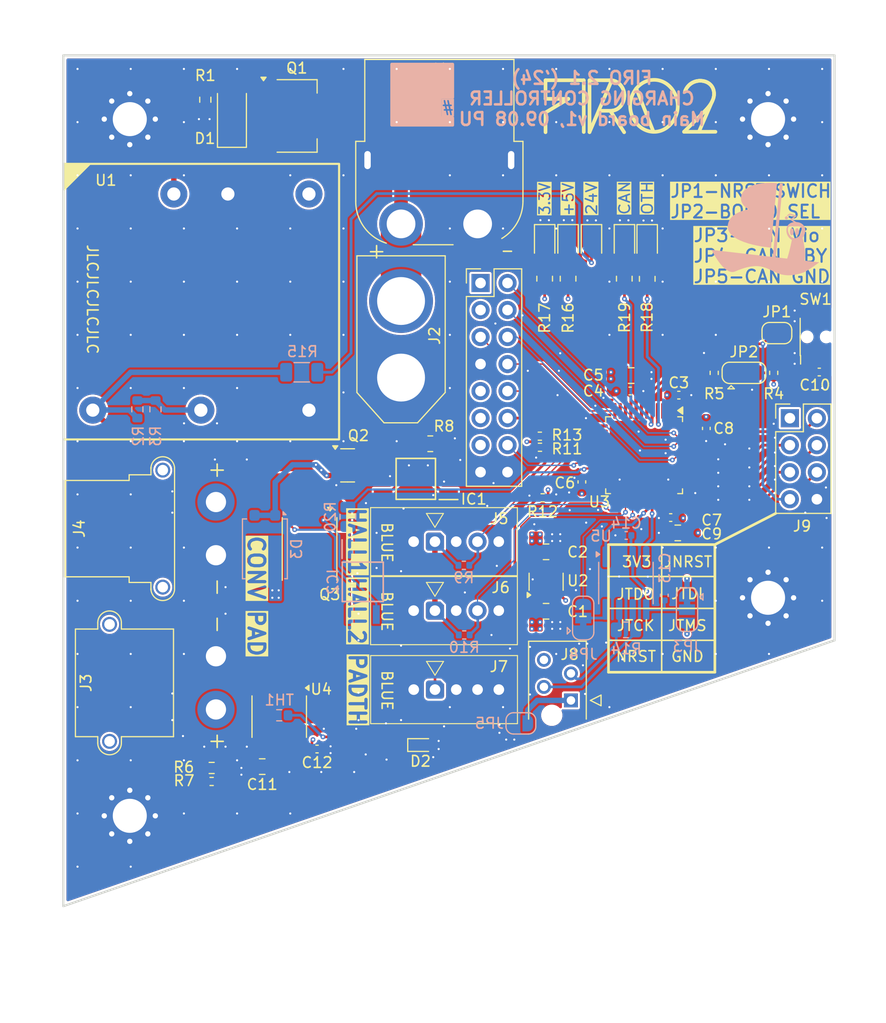
<source format=kicad_pcb>
(kicad_pcb (version 20240108) (generator "pcbnew") (generator_version "8.0")
  (layers (0 "F.Cu" signal) (1 "In1.Cu" signal) (2 "In2.Cu" signal) (31 "B.Cu" signal) (34 "B.Paste" user) (35 "F.Paste" user) (36 "B.SilkS" user "B.Silkscreen") (37 "F.SilkS" user "F.Silkscreen") (38 "B.Mask" user) (39 "F.Mask" user) (44 "Edge.Cuts" user))
  (net 0 "")
  (net 1 "+3V3")
  (net 2 "GND")
  (net 3 "Net-(JP1-A)")
  (net 4 "+5V")
  (net 5 "Net-(U4-FILTER)")
  (net 6 "Net-(JP3-C)")
  (net 7 "Net-(D1-A)")
  (net 8 "SENSE")
  (net 9 "NRST")
  (net 10 "JTMS{slash}SWDIO")
  (net 11 "JNTRST")
  (net 12 "JTDO{slash}TRACESWO")
  (net 13 "JTDI")
  (net 14 "JTCK{slash}SWCLK")
  (net 15 "CAN+")
  (net 16 "CAN-")
  (net 17 "Net-(JP2-B)")
  (net 18 "Net-(JP2-A)")
  (net 19 "Net-(JP4-C)")
  (net 20 "CANSTBY")
  (net 21 "+24V")
  (net 22 "CHG_INIT")
  (net 23 "HALL1")
  (net 24 "Net-(D3-K)")
  (net 25 "HALL2")
  (net 26 "T1")
  (net 27 "T2")
  (net 28 "Net-(D4-A)")
  (net 29 "Net-(J3-Pin_2)")
  (net 30 "BOOT1")
  (net 31 "Net-(J8-Pin_1)")
  (net 35 "Net-(U1-Trim)")
  (net 40 "CHG_CURR")
  (net 41 "CANRX")
  (net 42 "CANTX")
  (net 43 "+BATT")
  (net 45 "Net-(IC1-K_2)")
  (net 46 "/BOOT0")
  (net 47 "Net-(J1-Pin_2)")
  (net 50 "MOT_EN")
  (net 51 "IN1")
  (net 55 "A10")
  (net 56 "IN2")
  (net 57 "T3")
  (net 58 "A5")
  (net 59 "ROn{slash}Off")
  (net 60 "A8")
  (net 61 "Net-(IC1-A_1)")
  (net 62 "Net-(IC1-A_2)")
  (net 64 "Net-(D5-A)")
  (net 65 "Net-(D6-A)")
  (net 66 "Net-(D7-A)")
  (net 67 "Net-(D8-A)")
  (net 68 "D1")
  (net 69 "D2")
  (net 70 "Net-(IC2-A_1)")
  (net 71 "Net-(IC2-A_2)")
  (net 72 "Net-(IC2-K_2)")
  (net 73 "CHG_CUT")
  (footprint "Capacitor_SMD:C_0805_2012Metric" (layer "F.Cu") (at 155.133 112.268)
    (property "Reference" "C1")
    (property "Value" "4.7uF")
  )
  (footprint "firo_footprints:TEConnectivity_RITS_Header_3P_V" (layer "F.Cu") (at 146.685 112.2085 -90)
    (property "Reference" "J6")
    (property "Value" "HALL2")
  )
  (footprint "firo_footprints:TRACO THN 20WIR" (layer "F.Cu") (at 125.222 83.2 90)
    (property "Reference" "U1")
    (property "Value" "THN 20WIR")
  )
  (footprint "Resistor_SMD:R_0402_1005Metric" (layer "F.Cu") (at 154.546425 95.8088 180)
    (property "Reference" "R13")
    (property "Value" "5k6")
  )
  (footprint "Resistor_SMD:R_0805_2012Metric" (layer "F.Cu") (at 162.485042 81 90)
    (property "Reference" "R19")
    (property "Value" "20")
  )
  (footprint "Resistor_SMD:R_0805_2012Metric" (layer "F.Cu") (at 155 81 90)
    (property "Reference" "R17")
    (property "Value" "120")
  )
  (footprint "Resistor_SMD:R_0805_2012Metric" (layer "F.Cu") (at 144.2485 96.52 180)
    (property "Reference" "R8")
    (property "Value" "120")
  )
  (footprint "Package_QFP:LQFP-48_7x7mm_P0.5mm" (layer "F.Cu") (at 164.349 97.597 -90)
    (property "Reference" "U3")
    (property "Value" "STM32F103CBTx")
  )
  (footprint "Package_SO:TSOP-5_1.65x3.05mm_P0.95mm" (layer "F.Cu") (at 155.138 109.491 90)
    (property "Reference" "U2")
    (property "Value" "NCP114BSN330T1G")
  )
  (footprint "Connector_PinHeader_2.54mm:PinHeader_2x08_P2.54mm_Vertical" (layer "F.Cu") (at 148.971 81.407)
    (property "Reference" "J10" (hide yes))
    (property "Value" "B2B")
  )
  (footprint "Diode_SMD:D_SOD-523" (layer "F.Cu") (at 143.388917 124.845258)
    (property "Reference" "D2")
    (property "Value" "3V3")
  )
  (footprint "LED_SMD:LED_0805_2012Metric" (layer "F.Cu") (at 157.2 77.6 -90)
    (property "Reference" "D5" (hide yes))
    (property "Value" "G2V4")
  )
  (footprint "LED_SMD:LED_0805_2012Metric" (layer "F.Cu") (at 155 77.6 -90)
    (property "Reference" "D6" (hide yes))
    (property "Value" "G2V4")
  )
  (footprint "Resistor_SMD:R_0402_1005Metric" (layer "F.Cu") (at 154.813 101.6 180)
    (property "Reference" "R12")
    (property "Value" "5k6")
  )
  (footprint "Resistor_SMD:R_0402_1005Metric" (layer "F.Cu") (at 154.559 96.849461)
    (property "Reference" "R11")
    (property "Value" "5k6")
  )
  (footprint "Connector_AMASS:AMASS_XT30PW-F_1x02_P2.50mm_Horizontal" (layer "F.Cu") (at 124.1 107 90)
    (property "Reference" "J4")
    (property "Value" "XT30")
  )
  (footprint "Diode_SMD:D_SOD-128" (layer "F.Cu") (at 125.603 65.491 90)
    (property "Reference" "D1")
    (property "Value" "10V")
  )
  (footprint "Resistor_SMD:R_0805_2012Metric" (layer "F.Cu") (at 164.642078 81.014275 90)
    (property "Reference" "R18")
    (property "Value" "20")
  )
  (footprint "LED_SMD:LED_0805_2012Metric" (layer "F.Cu") (at 164.63549 77.602489 -90)
    (property "Reference" "D7" (hide yes))
    (property "Value" "B3V1")
  )
  (footprint "MountingHole:MountingHole_3.2mm_M3_Pad_Via" (layer "F.Cu") (at 176 66)
    (property "Reference" "H2" (hide yes))
    (property "Value" "MountingHole_Pad")
  )
  (footprint "firo_ID:FIRO2.1 (h=5mm)" (layer "F.Cu") (at 162.580651 65.044492)
    (property "Reference" "REF**" (hide yes))
    (property "Value" "FIRO2.1 (h=5mm)")
  )
  (footprint "Resistor_SMD:R_0805_2012Metric" (layer "F.Cu") (at 157.2 81 90)
    (property "Reference" "R16")
    (property "Value" "240")
  )
  (footprint "MountingHole:MountingHole_3.2mm_M3_Pad_Via" (layer "F.Cu") (at 116 131.5)
    (property "Reference" "H4" (hide yes))
    (property "Value" "MountingHole_Pad")
  )
  (footprint "Capacitor_SMD:C_0402_1005Metric" (layer "F.Cu") (at 167.612 91.948)
    (property "Reference" "C3")
    (property "Value" "100nF")
  )
  (footprint "Capacitor_SMD:C_0402_1005Metric" (layer "F.Cu") (at 163.034 91.5595)
    (property "Reference" "C4")
    (property "Value" "100nF")
  )
  (footprint "firo_footprints:SOP254P675X240-4N" (layer "F.Cu") (at 142.886377 99.822 180)
    (property "Reference" "IC1")
    (property "Value" "VOM1271T" (hide yes))
  )
  (footprint "LED_SMD:LED_0805_2012Metric" (layer "F.Cu") (at 159.4 77.6 -90)
    (property "Reference" "D4" (hide yes))
    (property "Value" "G2V4")
  )
  (footprint "Resistor_SMD:R_0603_1608Metric" (layer "F.Cu") (at 123.1 64.175 -90)
    (property "Reference" "R1")
    (property "Value" "39k")
  )
  (footprint "Resistor_SMD:R_0603_1608Metric" (layer "F.Cu") (at 123.698 127)
    (property "Reference" "R6")
    (property "Value" "39k")
  )
  (footprint "Capacitor_SMD:C_0402_1005Metric" (layer "F.Cu") (at 170.199 95.0795 -90)
    (property "Reference" "C8")
    (property "Value" "100nF")
  )
  (footprint "Resistor_SMD:R_0402_1005Metric" (layer "F.Cu") (at 123.696 128.27 180)
    (property "Reference" "R7")
    (property "Value" "6k8")
  )
  (footprint "Capacitor_SMD:C_0805_2012Metric" (layer "F.Cu") (at 167.513 104.902 180)
    (property "Reference" "C9")
    (property "Value" "10uF")
  )
  (footprint "Capacitor_SMD:C_0402_1005Metric" (layer "F.Cu") (at 133.604 125.222)
    (property "Reference" "C12")
    (property "Value" "100nF")
  )
  (footprint "Package_TO_SOT_SMD:SOT-23" (layer "F.Cu") (at 136.4765 98.552)
    (property "Reference" "Q2")
    (property "Value" "2N7002K")
  )
  (footprint "Capacitor_SMD:C_0805_2012Metric" (layer "F.Cu") (at 155.133 106.68)
    (property "Reference" "C2")
    (property "Value" "1uF")
  )
  (footprint "Capacitor_SMD:C_0805_2012Metric" (layer "F.Cu") (at 128.448 126.873 180)
    (property "Reference" "C11")
    (property "Value" "1nF")
  )
  (footprint "Package_TO_SOT_SMD:SOT-223-3_TabPin2" (layer "F.Cu") (at 131.7 65.7)
    (property "Reference" "Q1")
    (property "Value" "DMP6023LE-13")
  )
  (footprint "firo_footprints:AMASS_XT60PW-F-MP" (layer "F.Cu") (at 148.7 75.85)
    (property "Reference" "J1")
    (property "Value" "XT60")
  )
  (footprint "MountingHole:MountingHole_3.2mm_M3_Pad_Via" (layer "F.Cu") (at 116 66)
    (property "Reference" "H1" (hide yes))
    (property "Value" "MountingHole_Pad")
  )
  (footprint "Resistor_SMD:R_0402_1005Metric" (layer "F.Cu") (at 176.531 89.854 -90)
    (property "Reference" "R4")
    (property "Value" "10k")
  )
  (footprint "Resistor_SMD:R_0402_1005Metric" (layer "F.Cu") (at 170.937 89.856 90)
    (property "Reference" "R5")
    (property "Value" "10k")
  )
  (footprint "Connector_AMASS:AMASS_XT60-F_1x02_P7.20mm_Vertical" (layer "F.Cu") (at 141.5 90.3 90)
    (property "Reference" "J2")
    (property "Value" "XT60")
  )
  (footprint "Connector_PinHeader_2.54mm:PinHeader_2x04_P2.54mm_Vertical" (layer "F.Cu") (at 178.049 94.117)
    (property "Reference" "J9")
    (property "Value" "Conn_01x08_Pin")
  )
  (footprint "Connector_TE-Connectivity:TE_Micro-MaTch_215079-4_2x02_P1.27mm_Vertical" (layer "F.Cu") (at 157.4705 120.65 180)
    (property "Reference" "J8")
    (property "Value" "CAN")
  )
  (footprint "Capacitor_SMD:C_0402_1005Metric" (layer "F.Cu") (at 158.499 100.1095 90)
    (property "Reference" "C6")
    (property "Value" "100nF")
  )
  (footprint "firo_footprints:TEConnectivity_RITS_Header_3P_V" (layer "F.Cu") (at 146.692 119.634 -90)
    (property "Reference" "J7")
    (property "Value" "Pad_TH")
  )
  (footprint "Jumper:SolderJumper-2_P1.3mm_Bridged_RoundedPad1.0x1.5mm" (layer "F.Cu") (at 176.83 86.117 180)
    (property "Reference" "JP1")
    (property "Value" "Jumper_2_Small_Bridged")
  )
  (footprint "Connector_AMASS:AMASS_XT30PW-M_1x02_P2.50mm_Horizontal" (layer "F.Cu") (at 124.1 116.5 90)
    (property "Reference" "J3")
    (property "Value" "XT30")
  )
  (footprint "firo_footprints:PowerPAK_SO-8DC for VISHAY SIDR392DP-T1-GE3" (layer "F.Cu") (at 132.9 106.41 -90)
    (property "Reference" "Q3")
    (property "Value" "SIDR392DP-T1-GE3")
  )
  (footprint "Package_SO:SOIC-8_3.9x4.9mm_P1.27mm" (layer "F.Cu") (at 130.048 122.174 -90)
    (property "Reference" "U4")
    (property "Value" "ACS712xLCTR-20A")
  )
  (footprint "LED_SMD:LED_0805_2012Metric" (layer "F.Cu") (at 162.5 77.6 -90)
    (property "Reference" "D8" (hide yes))
    (property "Value" "B3V1")
  )
  (footprint "firo_footprints:TEConnectivity_RITS_Header_3P_V" (layer "F.Cu") (at 146.685 105.7235 -90)
    (property "Reference" "J5")
    (property "Value" "HALL2")
  )
  (footprint "Capacitor_SMD:C_0402_1005Metric" (layer "F.Cu") (at 166.849 103.4595 180)
    (property "Reference" "C7")
    (property "Value" "100nF")
  )
  (footprint "Jumper:SolderJumper-3_P1.3mm_Bridged12_RoundedPad1.0x1.5mm" (layer "F.Cu") (at 173.731 89.854)
    (property "Reference" "JP2")
    (property "Value" "SolderJumper_3_Bridged12")
  )
  (footprint "Button_Switch_SMD:SW_SPST_EVQP7C" (layer "F.Cu") (at 180.569 86.476 90)
    (property "Reference" "SW1")
    (property "Value" "SW_Push")
  )
  (footprint "MountingHole:MountingHole_3.2mm_M3_Pad_Via" (layer "F.Cu") (at 176 111)
    (property "Reference" "H3" (hide yes))
    (property "Value" "MountingHole_Pad")
  )
  (footprint "Capacitor_SMD:C_0805_2012Metric" (layer "F.Cu") (at 163.134 90.1095)
    (property "Reference" "C5")
    (property "Value" "1uF")
  )
  (footprint "Capacitor_SMD:C_0402_1005Metric" (layer "F.Cu") (at 180.814 89.776 180)
    (property "Reference" "C10")
    (property "Value" "100nF")
  )
  (footprint "Capacitor_SMD:C_0402_1005Metric" (layer "B.Cu") (at 166.248425 110.769425 -90)
    (property "Reference" "C13")
    (property "Value" "100nF")
  )
  (footprint "Resistor_SMD:R_0805_2012Metric" (layer "B.Cu") (at 162.640425 114.016425)
    (property "Reference" "R14")
    (property "Value" "120")
  )
  (footprint "BLUE_ID:BLUE_boat_supersmall" (layer "B.Cu") (at 176.022 77.47 180)
    (property "Reference" "REF**" (hide yes))
    (property "Value" "BLUE_boat_supersmall")
  )
  (footprint "Resistor_SMD:R_1206_3216Metric" (layer "B.Cu") (at 132.1625 89.8)
    (property "Reference" "R15")
    (property "Value" "2k2")
  )
  (footprint "Jumper:SolderJumper-3_P1.3mm_Bridged12_RoundedPad1.0x1.5mm" (layer "B.Cu") (at 168.382925 112.116425 -90)
    (property "Reference" "JP3")
    (property "Value" "SolderJumper_3_Bridged12")
  )
  (footprint "Resistor_SMD:R_0402_1005Metric" (layer "B.Cu") (at 147.438764 114.493682)
    (property "Reference" "R10")
    (property "Value" "1k")
  )
  (footprint "Package_SO:SOIC-8_3.9x4.9mm_P1.27mm" (layer "B.Cu") (at 162.640425 109.616425 -90)
    (property "Reference" "U5")
    (property "Value" "MCP2562-E-SN")
  )
  (footprint "Resistor_SMD:R_0603_1608Metric" (layer "B.Cu") (at 116.713 93.282 90)
    (property "Reference" "R2")
    (property "Value" "Trim")
  )
  (footprint "Jumper:SolderJumper-2_P1.3mm_Open_RoundedPad1.0x1.5mm" (layer "B.Cu") (at 152.766 122.809 180)
    (property "Reference" "JP5")
    (property "Value" "Jumper_2_Small_Open")
  )
  (footprint "Resistor_SMD:R_0603_1608Metric" (layer "B.Cu") (at 130.048 122.047 180)
    (property "Reference" "TH1")
    (property "Value" "Board_TH")
  )
  (footprint "Resistor_SMD:R_0402_1005Metric" (layer "B.Cu") (at 147.404083 107.95)
    (property "Reference" "R9")
    (property "Value" "1k")
  )
  (footprint "Package_TO_SOT_SMD:TO-277B" (layer "B.Cu") (at 128.7 106.4 180)
    (property "Reference" "D3")
    (property "Value" "DST5100S")
  )
  (footprint "Capacitor_SMD:C_0402_1005Metric" (layer "B.Cu") (at 162.665425 105.141425)
    (property "Reference" "C14")
    (property "Value" "100nF")
  )
  (footprint "firo_footprints:SOP254P675X240-4N" (layer "B.Cu") (at 137.9 109.5 -90)
    (property "Reference" "IC2")
    (property "Value" "VOM1271T" (hide yes))
  )
  (footprint "Jumper:SolderJumper-3_P1.3mm_Bridged12_RoundedPad1.0x1.5mm" (layer "B.Cu") (at 158.623 112.903 90)
    (property "Reference" "JP4")
    (property "Value" "SolderJumper_3_Bridged12")
  )
  (footprint "Resistor_SMD:R_0603_1608Metric" (layer "B.Cu") (at 118.413 93.282 -90)
    (property "Reference" "R3")
    (property "Value" "Trim")
  )
  (footprint "Resistor_SMD:R_0805_2012Metric" (layer "B.Cu") (at 136.5 103.3875 -90)
    (property "Reference" "R20")
    (property "Value" "120")
  )
  (gr_line (start 171 106) (end 171 118) (stroke (width 0.25)) (layer "F.SilkS"))
  (gr_line (start 171 115) (end 161 115) (stroke (width 0.15)) (layer "F.SilkS"))
  (gr_line (start 161 118) (end 161 106) (stroke (width 0.25)) (layer "F.SilkS"))
  (gr_line (start 171 112) (end 161 112) (stroke (width 0.15)) (layer "F.SilkS"))
  (gr_line (start 161 115) (end 171 115) (stroke (width 0.1)) (layer "F.SilkS"))
  (gr_line (start 166 106) (end 166 118) (stroke (width 0.15)) (layer "F.SilkS"))
  (gr_line (start 171 118) (end 161 118) (stroke (width 0.25)) (layer "F.SilkS"))
  (gr_line (start 161 109) (end 171 109) (stroke (width 0.15)) (layer "F.SilkS"))
  (gr_line (start 171 106) (end 176.719 103.067) (stroke (width 0.25)) (layer "F.SilkS"))
  (gr_line (start 161 106) (end 171 106) (stroke (width 0.25)) (layer "F.SilkS"))
  (gr_poly (pts (xy 182.25 60) (xy 109.75 60) (xy 109.75 140) (xy 182.25 115)) (stroke (width 0.2)) (fill none) (layer "Edge.Cuts"))
  (gr_text "#" (at 146.488888 65.5 -0) (layer "B.SilkS" knockout) (effects (font (size 1 1)) (justify left bottom mirror)))
  (gr_text "FIRO 2.1 ('24)\nCHARGING CONTROLLER\nMain board v1, 09.08 PU" (at 158.5 66.7 -0) (layer "B.SilkS") (effects (font (size 1.2 1.2) (thickness 0.24) (bold yes)) (justify bottom mirror)))
  (gr_text "JTDO" (at 161.671 111.252 0) (layer "F.SilkS") (effects (font (size 1 1)) (justify left bottom)))
  (gr_text "CAN" (at 163.09741 75.098909 90) (layer "F.SilkS" knockout) (effects (font (size 1 1.1)) (justify left bottom)))
  (gr_text "NRST" (at 161.6 117.1 0) (layer "F.SilkS") (effects (font (size 1 1)) (justify left bottom)))
  (gr_text "+5V" (at 157.8 75.2 90) (layer "F.SilkS" knockout) (effects (font (size 1 1.02)) (justify left bottom)))
  (gr_text "GND\n" (at 166.8 117.1 0) (layer "F.SilkS") (effects (font (size 1 1)) (justify left bottom)))
  (gr_text "HALL2" (at 136.453589 108.869012 270) (layer "F.SilkS" knockout) (effects (font (size 1.5 1.4) (thickness 0.3) (bold yes)) (justify left bottom)))
  (gr_text "JLCJLCJLCJLC" (at 111.9 77.7 270) (layer "F.SilkS") (effects (font (size 1 1)) (justify left bottom)))
  (gr_text "CONV" (at 127 105 270) (layer "F.SilkS" knockout) (effects (font (size 1.5 1.5) (thickness 0.3) (bold yes)) (justify left bottom)))
  (gr_text "JTDI" (at 166.8 111.2 0) (layer "F.SilkS") (effects (font (size 1 1)) (justify left bottom)))
  (gr_text "PAD" (at 127 112 270) (layer "F.SilkS" knockout) (effects (font (size 1.5 1.5) (thickness 0.3) (bold yes)) (justify left bottom)))
  (gr_text "3V3" (at 162.179 108.204 0) (layer "F.SilkS") (effects (font (size 1 1)) (justify left bottom)))
  (gr_text "JP1-NRST SWICH\nJP2-BOOT0 SEL" (at 166.721434 75.402726 0) (layer "F.SilkS" knockout) (effects (font (size 1.2 1.15) (thickness 0.2)) (justify left bottom)))
  (gr_text "PADTH" (at 136.5 116.1 270) (layer "F.SilkS" knockout) (effects (font (size 1.5 1.44) (thickness 0.3) (bold yes)) (justify left bottom)))
  (gr_text "JNRST" (at 166.116 108.204 0) (layer "F.SilkS") (effects (font (size 1 1)) (justify left bottom)))
  (gr_text "JTCK" (at 161.7 114.2 0) (layer "F.SilkS") (effects (font (size 1 1)) (justify left bottom)))
  (gr_text "JTMS" (at 166.5 114.2 0) (layer "F.SilkS") (effects (font (size 1 1)) (justify left bottom)))
  (gr_text "24V" (at 160 75.098991 90) (layer "F.SilkS" knockout) (effects (font (size 1 1.1)) (justify left bottom)))
  (gr_text "OTH" (at 165.238807 75.098909 90) (layer "F.SilkS" knockout) (effects (font (size 1 1.12)) (justify left bottom)))
  (gr_text "HALL1" (at 136.45366 102.368834 270) (layer "F.SilkS" knockout) (effects (font (size 1.5 1.4) (thickness 0.3) (bold yes)) (justify left bottom)))
  (gr_text "3.3V" (at 155.6 75.1 90) (layer "F.SilkS" knockout) (effects (font (size 1 0.93)) (justify left bottom)))
  (gr_text "JP3-CAN Vio\nJP4-CAN SBY\nJP5-CAN GND" (at 168.9 81.5 0) (layer "F.SilkS" knockout) (effects (font (size 1.2 1.2) (thickness 0.2) (bold yes)) (justify left bottom)))
  (segment (start 162.554 91.573818) (end 162.554 91.5595) (width 0.254) (layer "F.Cu") (net 1))
  (segment (start 163.099 92.118818) (end 162.554 91.573818) (width 0.254) (layer "F.Cu") (net 1))
  (segment (start 154.188 108.331) (end 154.188 106.685) (width 0.508) (layer "F.Cu") (net 1))
  (segment (start 167.329 103.517243) (end 168.463 104.651243) (width 0.508) (layer "F.Cu") (net 1))
  (segment (start 153.971323 96.331102) (end 154.036425 96.266) (width 0.254) (layer "F.Cu") (net 1))
  (segment (start 162.554 90.4795) (end 162.184 90.1095) (width 0.254) (layer "F.Cu") (net 1))
  (segment (start 158.7415 100.347) (end 158.499 100.5895) (width 0.254) (layer "F.Cu") (net 1))
  (segment (start 167.099 101.7595) (end 167.099 103.2295) (width 0.254) (layer "F.Cu") (net 1))
  (segment (start 176.531 90.364) (end 176.531 90.931) (width 0.254) (layer "F.Cu") (net 1))
  (segment (start 176.531 90.931) (end 176.53 90.932) (width 0.254) (layer "F.Cu") (net 1))
  (segment (start 162.554 91.5595) (end 162.554 90.4795) (width 0.254) (layer "F.Cu") (net 1))
  (segment (start 168.463 104.651243) (end 168.463 104.902) (width 0.254) (layer "F.Cu") (net 1))
  (segment (start 155 81.9125) (end 155 82.9) (width 0.254) (layer "F.Cu") (net 1))
  (segment (start 155.323 100.84) (end 155.321 100.838) (width 0.254) (layer "F.Cu") (net 1))
  (segment (start 154.036425 96.266) (end 154.036425 96.836886) (width 0.254) (layer "F.Cu") (net 1))
  (segment (start 153.321305 96.331102) (end 153.971323 96.331102) (width 0.254) (layer "F.Cu") (net 1))
  (segment (start 155.323 101.6) (end 155.323 100.84) (width 0.254) (layer "F.Cu") (net 1))
  (segment (start 167.358 103.4885) (end 167.329 103.4595) (width 0.254) (layer "F.Cu") (net 1))
  (segment (start 167.132 91.948) (end 167.132 93.4015) (width 0.254) (layer "F.Cu") (net 1))
  (segment (start 167.132 93.4015) (end 167.099 93.4345) (width 0.254) (layer "F.Cu") (net 1))
  (segment (start 154.036425 96.836886) (end 154.049 96.849461) (width 0.254) (layer "F.Cu") (net 1))
  (segment (start 154.036425 95.8088) (end 154.036425 96.266) (width 0.254) (layer "F.Cu") (net 1))
  (segment (start 163.099 93.4345) (end 163.099 92.118818) (width 0.254) (layer "F.Cu") (net 1))
  (segment (start 168.5115 94.847) (end 169.9515 94.847) (width 0.254) (layer "F.Cu") (net 1))
  (segment (start 169.9515 94.847) (end 170.199 94.5995) (width 0.254) (layer "F.Cu") (net 1))
  (segment (start 167.329 103.4595) (end 167.329 103.517243) (width 0.254) (layer "F.Cu") (net 1))
  (segment (start 154.188 106.685) (end 154.183 106.68) (width 0.508) (layer "F.Cu") (net 1))
  (segment (start 160.1865 100.347) (end 158.7415 100.347) (width 0.254) (layer "F.Cu") (net 1))
  (segment (start 167.099 103.2295) (end 167.329 103.4595) (width 0.254) (layer "F.Cu") (net 1))
  (via (at 155 82.9) (size 0.45) (drill 0.2) (layers "F.Cu" "B.Cu") (net 1))
  (via (at 170.18 93.98) (size 0.45) (drill 0.2) (layers "F.Cu" "B.Cu") (net 1))
  (via (at 161.229 90.424) (size 0.45) (drill 0.2) (layers "F.Cu" "B.Cu") (net 1))
  (via (at 176.53 90.932) (size 0.45) (drill 0.2) (layers "F.Cu" "B.Cu") (net 1))
  (via (at 153.802 105.664) (size 0.45) (drill 0.2) (layers "F.Cu" "B.Cu") (net 1))
  (via (at 153.802 105.029) (size 0.45) (drill 0.2) (layers "F.Cu" "B.Cu") (net 1))
  (via (at 154.564 105.029) (size 0.45) (drill 0.2) (layers "F.Cu" "B.Cu") (net 1))
  (via (at 153.321305 96.331102) (size 0.45) (drill 0.2) (layers "F.Cu" "B.Cu") (net 1))
  (via (at 161.229 89.789) (size 0.45) (drill 0.2) (layers "F.Cu" "B.Cu") (net 1))
  (via (at 166.497 91.948) (size 0.45) (drill 0.2) (layers "F.Cu" "B.Cu") (net 1))
  (via (at 161.737 91.567) (size 0.45) (drill 0.2) (layers "F.Cu" "B.Cu") (net 1))
  (via (at 154.564 105.664) (size 0.45) (drill 0.2) (layers "F.Cu" "B.Cu") (net 1))
  (via (at 168.380425 109.195425) (size 0.45) (drill 0.2) (layers "F.Cu" "B.Cu") (net 1))
  (via (at 155.321 100.838) (size 0.45) (drill 0.2) (layers "F.Cu" "B.Cu") (net 1))
  (via (at 168.021 103.505) (size 0.45) (drill 0.2) (layers "F.Cu" "B.Cu") (net 1))
  (via (at 158.496 101.219) (size 0.45) (drill 0.2) (layers "F.Cu" "B.Cu") (net 1))
  (via (at 169.418 104.902) (size 0.45) (drill 0.2) (layers "F.Cu" "B.Cu") (net 1))
  (segment (start 168.382925 109.197925) (end 168.380425 109.195425) (width 0.508) (layer "B.Cu") (net 1))
  (segment (start 168.382925 110.816425) (end 168.382925 109.197925) (width 0.508) (layer "B.Cu") (net 1))
  (segment (start 163.514 90.917) (end 164.084 90.347) (width 0.254) (layer "F.Cu") (net 2))
  (segment (start 127.498 127.274) (end 127.498 126.873) (width 0.254) (layer "F.Cu") (net 2))
  (segment (start 128.148 125.997261) (end 128.148 124.654) (width 0.254) (layer "F.Cu") (net 2))
  (segment (start 127.498 126.873) (end 127.498 126.647261) (width 0.254) (layer "F.Cu") (net 2))
  (segment (start 166.599 101.7595) (end 166.599 103.2295) (width 0.254) (layer "F.Cu") (net 2))
  (segment (start 163.514 91.5595) (end 163.514 90.917) (width 0.254) (layer "F.Cu") (net 2))
  (segment (start 170.199 95.5595) (end 169.9865 95.347) (width 0.254) (layer "F.Cu") (net 2))
  (segment (start 166.599 103.2295) (end 166.369 103.4595) (width 0.254) (layer "F.Cu") (net 2))
  (segment (start 127.498 126.647261) (end 128.148 125.997261) (width 0.254) (layer "F.Cu") (net 2))
  (segment (start 128.148 124.654) (end 128.143 124.649) (width 0.254) (layer "F.Cu") (net 2))
  (segment (start 163.599 91.6445) (end 163.514 91.5595) (width 0.254) (layer "F.Cu") (net 2))
  (segment (start 166.398 103.4885) (end 166.369 103.4595) (width 0.254) (layer "F.Cu") (net 2))
  (segment (start 164.084 90.347) (end 164.084 90.1095) (width 0.254) (layer "F.Cu") (net 2))
  (segment (start 169.9865 95.347) (end 168.5115 95.347) (width 0.254) (layer "F.Cu") (net 2))
  (segment (start 160.1865 99.847) (end 158.7165 99.847) (width 0.254) (layer "F.Cu") (net 2))
  (segment (start 166.398 105.156) (end 166.398 103.4885) (width 0.254) (layer "F.Cu") (net 2))
  (segment (start 163.599 93.4345) (end 163.599 91.6445) (width 0.254) (layer "F.Cu") (net 2))
  (segment (start 158.7165 99.847) (end 158.499 99.6295) (width 0.254) (layer "F.Cu") (net 2))
  (via (at 153.416 89.662) (size 0.45) (drill 0.2) (layers "F.Cu" "B.Cu") (net 2))
  (via (at 160.02 102.743) (size 0.45) (drill 0.2) (layers "F.Cu" "B.Cu") (net 2))
  (via (at 171.087488 81.281377) (size 0.45) (drill 0.2) (layers "F.Cu" "B.Cu") (net 2))
  (via (at 157.3 101.1) (size 0.45) (drill 0.2) (layers "F.Cu" "B.Cu") (net 2))
  (via (at 121.087488 81.281377) (size 0.45) (drill 0.2) (layers "F.Cu" "B.Cu") (net 2))
  (via (at 154.6 75.5) (size 0.45) (drill 0.2) (layers "F.Cu" "B.Cu") (net 2))
  (via (at 141.732 102.616) (size 0.45) (drill 0.2) (layers "F.Cu" "B.Cu") (net 2))
  (via (at 116.087488 71.281377) (size 0.45) (drill 0.2) (layers "F.Cu" "B.Cu") (net 2))
  (via (at 146.087488 61.281377) (size 0.45) (drill 0.2) (layers "F.Cu" "B.Cu") (net 2))
  (via (at 162.07376 75.513334) (size 0.45) (drill 0.2) (layers "F.Cu" "B.Cu") (net 2))
  (via (at 136.087488 81.281377) (size 0.45) (drill 0.2) (layers "F.Cu" "B.Cu") (net 2))
  (via (at 131.087488 71.281377) (size 0.45) (drill 0.2) (layers "F.Cu" "B.Cu") (net 2))
  (via (at 145.034 125.222) (size 0.45) (drill 0.2) (layers "F.Cu" "B.Cu") (net 2))
  (via (at 166.087488 116.281377) (size 0.45) (drill 0.2) (layers "F.Cu" "B.Cu") (net 2))
  (via (at 156.464 105.029) (size 0.45) (drill 0.2) (layers "F.Cu" "B.Cu") (net 2))
  (via (at 176.53 94.6404) (size 0.45) (drill 0.2) (layers "F.Cu" "B.Cu") (net 2))
  (via (at 146.087488 121.281377) (size 0.45) (drill 0.2) (layers "F.Cu" "B.Cu") (net 2))
  (via (at 169.159 101.157) (size 0.45) (drill 0.2) (layers "F.Cu" "B.Cu") (net 2))
  (via (at 111.087488 106.281377) (size 0.45) (drill 0.2) (layers "F.Cu" "B.Cu") (net 2))
  (via (at 169.9768 87.9856) (size 0.45) (drill 0.2) (layers "F.Cu" "B.Cu") (net 2))
  (via (at 111.087488 91.281377) (size 0.45) (drill 0.2) (layers "F.Cu" "B.Cu") (net 2))
  (via (at 121.1 94.6) (size 0.45) (drill 0.2) (layers "F.Cu" "B.Cu") (net 2))
  (via (at 164.277 91.567) (size 0.45) (drill 0.2) (layers "F.Cu" "B.Cu") (net 2))
  (via (at 156.087488 66.281377) (size 0.45) (drill 0.2) (layers "F.Cu" "B.Cu") (net 2))
  (via (at 150.368 85.217) (size 0.45) (drill 0.2) (layers "F.Cu" "B.Cu") (net 2))
  (via (at 147.066 98.044) (size 0.45) (drill 0.2) (layers "F.Cu" "B.Cu") (net 2))
  (via (at 176.652 97.347) (size 0.45) (drill 0.2) (layers "F.Cu" "B.Cu") (net 2))
  (via (at 121.087488 61.281377) (size 0.45) (drill 0.2) (layers "F.Cu" "B.Cu") (net 2))
  (via (at 116.087488 111.281377) (size 0.45) (drill 0.2) (layers "F.Cu" "B.Cu") (net 2))
  (via (at 154.0256 104.0892) (size 0.45) (drill 0.2) (layers "F.Cu" "B.Cu") (net 2))
  (via (at 111.087488 66.281377) (size 0.45) (drill 0.2) (layers "F.Cu" "B.Cu") (net 2))
  (via (at 155.707 113.919) (size 0.45) (drill 0.2) (layers "F.Cu" "B.Cu") (net 2))
  (via (at 126.087488 96.281377) (size 0.45) (drill 0.2) (layers "F.Cu" "B.Cu") (net 2))
  (via (at 166.087488 106.281377) (size 0.45) (drill 0.2) (layers "F.Cu" "B.Cu") (net 2))
  (via (at 156.087488 61.281377) (size 0.45) (drill 0.2) (layers "F.Cu" "B.Cu") (net 2))
  (via (at 139.2 104.9) (size 0.45) (drill 0.2) (layers "F.Cu" "B.Cu") (net 2))
  (via (at 166.087488 61.281377) (size 0.45) (drill 0.2) (layers "F.Cu" "B.Cu") (net 2))
  (via (at 159.016664 75.52037) (size 0.45) (drill 0.2) (layers "F.Cu" "B.Cu") (net 2))
  (via (at 146.087488 86.281377) (size 0.45) (drill 0.2) (layers "F.Cu" "B.Cu") (net 2))
  (via (at 174.239 96.966) (size 0.45) (drill 0.2) (layers "F.Cu" "B.Cu") (net 2))
  (via (at 161.087488 121.281377) (size 0.45) (drill 0.2) (layers "F.Cu" "B.Cu") (net 2))
  (via (at 165.090424 75.533704) (size 0.45) (drill 0.2) (layers "F.Cu" "B.Cu") (net 2))
  (via (at 161.087488 61.281377) (size 0.45) (drill 0.2) (layers "F.Cu" "B.Cu") (net 2))
  (via (at 181.5 103.5) (size 0.45) (drill 0.2) (layers "F.Cu" "B.Cu") (net 2))
  (via (at 158.8008 120.0404) (size 0.45) (drill 0.2) (layers "F.Cu" "B.Cu") (net 2))
  (via (at 116.087488 86.281377) (size 0.45) (drill 0.2) (layers "F.Cu" "B.Cu") (net 2))
  (via (at 151.087488 71.281377) (size 0.45) (drill 0.2) (layers "F.Cu" "B.Cu") (net 2))
  (via (at 181.087488 111.281377) (size 0.45) (drill 0.2) (layers "F.Cu" "B.Cu") (net 2))
  (via (at 161 109) (size 0.45) (drill 0.2) (layers "F.Cu" "B.Cu") (net 2))
  (via (at 116.087488 121.281377) (size 0.45) (drill 0.2) (layers "F.Cu" "B.Cu") (net 2))
  (via (at 176.087488 81.281377) (size 0.45) (drill 0.2) (layers "F.Cu" "B.Cu") (net 2))
  (via (at 171.318 101.792) (size 0.45) (drill 0.2) (layers "F.Cu" "B.Cu") (net 2))
  (via (at 156.469 113.284) (size 0.45) (drill 0.2) (layers "F.Cu" "B.Cu") (net 2))
  (via (at 166.087488 76.281377) (size 0.45) (drill 0.2) (layers "F.Cu" "B.Cu") (net 2))
  (via (at 174.239 98.744) (size 0.45) (drill 0.2) (layers "F.Cu" "B.Cu") (net 2))
  (via (at 176.087488 61.281377) (size 0.45) (drill 0.2) (layers "F.Cu" "B.Cu") (net 2))
  (via (at 127 98) (size 0.45) (drill 0.2) (layers "F.Cu" "B.Cu") (net 2))
  (via (at 134.874 124.968) (size 0.45) (drill 0.2) (layers "F.Cu" "B.Cu") (net 2))
  (via (at 158.882801 94.113477) (size 0.45) (drill 0.2) (layers "F.Cu" "B.Cu") (net 2))
  (via (at 161.087488 71.281377) (size 0.45) (drill 0.2) (layers "F.Cu" "B.Cu") (net 2))
  (via (at 161.087488 66.281377) (size 0.45) (drill 0.2) (layers "F.Cu" "B.Cu") (net 2))
  (via (at 171.087488 106.281377) (size 0.45) (drill 0.2) (layers "F.Cu" "B.Cu") (net 2))
  (via (at 111.087488 96.281377) (size 0.45) (drill 0.2) (layers "F.Cu" "B.Cu") (net 2))
  (via (at 171.958 96.5708) (size 0.45) (drill 0.2) (layers "F.Cu" "B.Cu") (net 2))
  (via (at 176.652 98.617) (size 0.45) (drill 0.2) (layers "F.Cu" "B.Cu") (net 2))
  (via (at 124.2 94.6) (size 0.45) (drill 0.2) (layers "F.Cu" "B.Cu") (net 2))
  (via (at 154.199109 97.820865) (size 0.45) (drill 0.2) (layers "F.Cu" "B.Cu") (net 2))
  (via (at 154.7876 102.7235) (size 0.45) (drill 0.2) (layers "F.Cu" "B.Cu") (net 2))
  (via (at 157.353 102.7625) (size 0.45) (drill 0.2) (layers "F.Cu" "B.Cu") (net 2))
  (via (at 161.087488 76.281377) (size 0.45) (drill 0.2) (layers "F.Cu" "B.Cu") (net 2))
  (via (at 120 101) (size 0.45) (drill 0.2) (layers "F.Cu" "B.Cu") (net 2))
  (via (at 168.783 91.948) (size 0.45) (drill 0.2) (layers "F.Cu" "B.Cu") (net 2))
  (via (at 150 114.5) (size 0.45) (drill 0.2) (layers "F.Cu" "B.Cu") (net 2))
  (via (at 166.087488 81.281377) (size 0.45) (drill 0.2) (layers "F.Cu" "B.Cu") (net 2))
  (via (at 171.087488 61.281377) (size 0.45) (drill 0.2) (layers "F.Cu" "B.Cu") (net 2))
  (via (at 125 110) (size 0.45) (drill 0.2) (layers "F.Cu" "B.Cu") (net 2))
  (via (at 139.2 108.2) (size 0.45) (drill 0.2) (layers "F.Cu" "B.Cu") (net 2))
  (via (at 155.707 113.284) (size 0.45) (drill 0.2) (layers "F.Cu" "B.Cu") (net 2))
  (via (at 155.702 105.664) (size 0.45) (drill 0.2) (layers "F.Cu" "B.Cu") (net 2))
  (via (at 111.087488 86.281377) (size 0.45) (drill 0.2) (layers "F.Cu" "B.Cu") (net 2))
  (via (at 151.087488 66.281377) (size 0.45) (drill 0.2) (layers "F.Cu" "B.Cu") (net 2))
  (via (at 174.498 91.44) (size 0.45) (drill 0.2) (layers "F.Cu" "B.Cu") (net 2))
  (via (at 136.087488 76.281377) (size 0.45) (drill 0.2) (layers "F.Cu" "B.Cu") (net 2))
  (via (at 158.242 115.316) (size 0.45) (drill 0.2) (layers "F.Cu" "B.Cu") (net 2))
  (via (at 123 125) (size 0.45) (drill 0.2) (layers "F.Cu" "B.Cu") (net 2))
  (via (at 157.8 99.725) (size 0.45) (drill 0.2) (layers "F.Cu" "B.Cu") (net 2))
  (via (at 123.5 66) (size 0.45) (drill 0.2) (layers "F.Cu" "B.Cu") (net 2))
  (via (at 141.087488 66.281377) (size 0.45) (drill 0.2) (layers "F.Cu" "B.Cu") (net 2))
  (via (at 174.239 101.792) (size 0.45) (drill 0.2) (layers "F.Cu" "B.Cu") (net 2))
  (via (at 165.735 104.902) (size 0.45) (drill 0.2) (layers "F.Cu" "B.Cu") (net 2))
  (via (at 111.087488 76.281377) (size 0.45) (drill 0.2) (layers "F.Cu" "B.Cu") (net 2))
  (via (at 176.652 95.95) (size 0.45) (drill 0.2) (layers "F.Cu" "B.Cu") (net 2))
  (via (at 159.258 108.3056) (size 0.45) (drill 0.2) (layers "F.Cu" "B.Cu") (net 2))
  (via (at 171.087488 71.281377) (size 0.45) (drill 0.2) (layers "F.Cu" "B.Cu") (net 2))
  (via (at 157.6 75.5) (size 0.45) (drill 0.2) (layers "F.Cu" "B.Cu") (net 2))
  (via (at 156.087488 101.281377) (size 0.45) (drill 0.2) (layers "F.Cu" "B.Cu") (net 2))
  (via (at 181.087488 61.281377) (size 0.45) (drill 0.2) (layers "F.Cu" "B.Cu") (net 2))
  (via (at 136.087488 86.281377) (size 0.45) (drill 0.2) (layers "F.Cu" "B.Cu") (net 2))
  (via (at 176.087488 71.281377) (size 0.45) (drill 0.2) (layers "F.Cu" "B.Cu") (net 2))
  (via (at 163.83 95.377) (size 0.45) (drill 0.2) (layers "F.Cu" "B.Cu") (net 2))
  (via (at 178.5 85) (size 0.45) (drill 0.2) (layers "F.Cu" "B.Cu") (net 2))
  (via (at 164.084 104.5464) (size 0.45) (drill 0.2) (layers "F.Cu" "B.Cu") (net 2))
  (via (at 141.5 115.5) (size 0.45) (drill 0.2) (layers "F.Cu" "B.Cu") (net 2))
  (via (at 166.37 96.139) (size 0.45) (drill 0.2) (layers "F.Cu" "B.Cu") (net 2))
  (via (at 136.087488 96.281377) (size 0.45) (drill 0.2) (layers "F.Cu" "B.Cu") (net 2))
  (via (at 161.087488 81.281377) (size 0.45) (drill 0.2) (layers "F.Cu" "B.Cu") (net 2))
  (via (at 145.542 123.0884) (size 0.45) (drill 0.2) (layers "F.Cu" "B.Cu") (net 2))
  (via (at 158.9024 103.9368) (size 0.45) (drill 0.2) (layers "F.Cu" "B.Cu") (net 2))
  (via (at 150.191667 100.218447) (size 0.45) (drill 0.2) (layers "F.Cu" "B.Cu") (net 2))
  (via (at 140.081 122.809) (size 0.45) (drill 0.2) (layers "F.Cu" "B.Cu") (net 2))
  (via (at 126.087488 76.281377) (size 0.45) (drill 0.2) (layers "F.Cu" "B.Cu") (net 2))
  (via (at 140.134828 126.213453) (size 0.45) (drill 0.2) (layers "F.Cu" "B.Cu") (net 2))
  (via (at 171.318 99.252) (size 0.45) (drill 0.2) (layers "F.Cu" "B.Cu") (net 2))
  (via (at 149.606 102.362) (size 0.45) (drill 0.2) (layers "F.Cu" "B.Cu") (net 2))
  (via (at 152.146 124.333) (size 0.45) (drill 0.2) (layers "F.Cu" "B.Cu") (net 2))
  (via (at 124 98) (size 0.45) (drill 0.2) (layers "F.Cu" "B.Cu") (net 2))
  (via (at 144.018 98.552) (size 0.45) (drill 0.2) (layers "F.Cu" "B.Cu") (net 2))
  (via (at 170.18 96.266) (size 0.45) (drill 0.2) (layers "F.Cu" "B.Cu") (net 2))
  (via (at 171.087488 116.281377) (size 0.45) (drill 0.2) (layers "F.Cu" "B.Cu") (net 2))
  (via (at 179.5 103) (size 0.45) (drill 0.2) (layers "F.Cu" "B.Cu") (net 2))
  (via (at 137.5 115) (size 0.45) (drill 0.2) (layers "F.Cu" "B.Cu") (net 2))
  (via (at 121.087488 76.281377) (size 0.45) (drill 0.2) (layers "F.Cu" "B.Cu") (net 2))
  (via (at 178.5 89) (size 0.45) (drill 0.2) (layers "F.Cu" "B.Cu") (net 2))
  (via (at 141.5 108.5) (size 0.45) (drill 0.2) (layers "F.Cu" "B.Cu") (net 2))
  (via (at 142.24 98.552) (size 0.45) (drill 0.2) (layers "F.Cu" "B.Cu") (net 2))
  (via (at 155.702 105.029) (size 0.45) (drill 0.2) (layers "F.Cu" "B.Cu") (net 2))
  (via (at 159.004 115.316) (size 0.45) (drill 0.2) (layers "F.Cu" "B.Cu") (net 2))
  (via (at 126.087488 61.281377) (size 0.45) (drill 0.2) (layers "F.Cu" "B.Cu") (net 2))
  (via (at 144.526 125.984) (size 0.45) (drill 0.2) (layers "F.Cu" "B.Cu") (net 2))
  (via (at 145.542 100.076) (size 0.45) (drill 0.2) (layers "F.Cu" "B.Cu") (net 2))
  (via (at 147.5 110.5) (size 0.45) (drill 0.2) (layers "F.Cu" "B.Cu") (net 2))
  (via (at 138.2 102.1) (size 0.45) (drill 0.2) (layers "F.Cu" "B.Cu") (net 2))
  (via (at 171.087488 66.281377) (size 0.45) (drill 0.2) (layers "F.Cu" "B.Cu") (net 2))
  (via (at 121.087488 91.281377) (size 0.45) (drill 0.2) (layers "F.Cu" "B.Cu") (net 2))
  (via (at 121.087488 106.281377) (size 0.45) (drill 0.2) (layers "F.Cu" "B.Cu") (net 2))
  (via (at 121.087488 96.281377) (size 0.45) (drill 0.2) (layers "F.Cu" "B.Cu") (net 2))
  (via (at 131.087488 131.281377) (size 0.45) (drill 0.2) (layers "F.Cu" "B.Cu") (net 2))
  (via (at 116.087488 81.281377) (size 0.45) (drill 0.2) (layers "F.Cu" "B.Cu") (net 2))
  (via (at 160.528 92.202) (size 0.45) (drill 0.2) (layers "F.Cu" "B.Cu") (net 2))
  (via (at 153.6192 120.0912) (size 0.45) (drill 0.2) (layers "F.Cu" "B.Cu") (net 2))
  (via (at 145.034 124.46) (size 0.45) (drill 0.2) (layers "F.Cu" "B.Cu") (net 2))
  (via (at 137.5 112.5) (size 0.45) (drill 0.2) (layers "F.Cu" "B.Cu") (net 2))
  (via (at 136.087488 71.281377) (size 0.45) (drill 0.2) (layers "F.Cu" "B.Cu") (net 2))
  (via (at 138.176 125.73) (size 0.45) (drill 0.2) (layers "F.Cu" "B.Cu") (net 2))
  (via (at 135.413427 100.414739) (size 0.45) (drill 0.2) (layers "F.Cu" "B.Cu") (net 2))
  (via (at 159.816664 75.52037) (size 0.45) (drill 0.2) (layers "F.Cu" "B.Cu") (net 2))
  (via (at 134.874 125.603) (size 0.45) (drill 0.2) (layers "F.Cu" "B.Cu") (net 2))
  (via (at 131.087488 81.281377) (size 0.45) (drill 0.2) (layers "F.Cu" "B.Cu") (net 2))
  (via (at 111.087488 111.281377) (size 0.45) (drill 0.2) (layers "F.Cu" "B.Cu") (net 2))
  (via (at 111.087488 131.281377) (size 0.45) (drill 0.2) (layers "F.Cu" "B.Cu") (net 2))
  (via (at 164.6936 109.0168) (size 0.45) (drill 0.2) (layers "F.Cu" "B.Cu") (net 2))
  (via (at 116.087488 106.281377) (size 0.45) (drill 0.2) (layers "F.Cu" "B.Cu") (net 2))
  (via (at 176.652 99.887) (size 0.45) (drill 0.2) (layers "F.Cu" "B.Cu") (net 2))
  (via (at 158.5976 117.348) (size 0.45) (drill 0.2) (layers "F.Cu" "B.Cu") (net 2))
  (via (at 176.087488 106.281377) (size 0.45) (drill 0.2) (layers "F.Cu" "B.Cu") (net 2))
  (via (at 161.087488 86.281377) (size 0.45) (drill 0.2) (layers "F.Cu" "B.Cu") (net 2))
  (via (at 144.526 101.346) (size 0.45) (drill 0.2) (layers "F.Cu" "B.Cu") (net 2))
  (via (at 116.087488 116.281377) (size 0.45) (drill 0.2) (layers "F.Cu" "B.Cu") (net 2))
  (via (at 146.087488 81.281377) (size 0.45) (drill 0.2) (layers "F.Cu" "B.Cu") (net 2))
  (via (at 146.087488 71.281377) (size 0.45) (drill 0.2) (layers "F.Cu" "B.Cu") (net 2))
  (via (at 136.087488 91.694) (size 0.45) (drill 0.2) (layers "F.Cu" "B.Cu") (net 2))
  (via (at 126.492 127.635) (size 0.45) (drill 0.2) (layers "F.Cu" "B.Cu") (net 2))
  (via (at 176.087488 116.281377) (size 0.45) (drill 0.2) (layers "F.Cu" "B.Cu") (net 2))
  (via (at 176.1 76.3) (size 0.45) (drill 0.2) (layers "F.Cu" "B.Cu") (net 2))
  (via (at 146.087488 91.281377) (size 0.45) (drill 0.2) (layers "F.Cu" "B.Cu") (net 2))
  (via (at 174.239 100.522) (size 0.45) (drill 0.2) (layers "F.Cu" "B.Cu") (net 2))
  (via (at 162.306 116.7892) (size 0.45) (drill 0.2) (layers "F.Cu" "B.Cu") (net 2))
  (via (at 166.619 99.887) (size 0.45) (drill 0.2) (layers "F.Cu" "B.Cu") (net 2))
  (via (at 156.8 75.5) (size 0.45) (drill 0.2) (layers "F.Cu" "B.Cu") (net 2))
  (via (at 121 124) (size 0.45) (drill 0.2) (layers "F.Cu" "B.Cu") (net 2))
  (via (at 166.087488 86.281377) (size 0.45) (drill 0.2) (layers "F.Cu" "B.Cu") (net 2))
  (via (at 171.318 97.982) (size 0.45) (drill 0.2) (layers "F.Cu" "B.Cu") (net 2))
  (via (at 120 122.5) (size 0.45) (drill 0.2) (layers "F.Cu" "B.Cu") (net 2))
  (via (at 111.087488 81.281377) (size 0.45) (drill 0.2) (layers "F.Cu" "B.Cu") (net 2))
  (via (at 181.087488 71.281377) (size 0.45) (drill 0.2) (layers "F.Cu" "B.Cu") (net 2))
  (via (at 116.087488 96.281377) (size 0.45) (drill 0.2) (layers "F.Cu" "B.Cu") (net 2))
  (via (at 156.469 113.919) (size 0.45) (drill 0.2) (layers "F.Cu" "B.Cu") (net 2))
  (via (at 150.749 123.698) (size 0.45) (drill 0.2) (layers "F.Cu" "B.Cu") (net 2))
  (via (at 125 112.5) (size 0.45) (drill 0.2) (layers "F.Cu" "B.Cu") (net 2))
  (via (at 134 127.381) (size 0.45) (drill 0.2) (layers "F.Cu" "B.Cu") (net 2))
  (via (at 151.087488 76.281377) (size 0.45) (drill 0.2) (layers "F.Cu" "B.Cu") (net 2))
  (via (at 126.492 127) (size 0.45) (drill 0.2) (layers "F.Cu" "B.Cu") (net 2))
  (via (at 116.087488 91.281377) (size 0.45) (drill 0.2) (layers "F.Cu" "B.Cu") (net 2))
  (via (at 155.4 75.5) (size 0.45) (drill 0.2) (layers "F.Cu" "B.Cu") (net 2))
  (via (at 157.9372 110.2868) (size 0.45) (drill 0.2) (layers "F.Cu" "B.Cu") (net 2))
  (via (at 121.087488 126.281377) (size 0.45) (drill 0.2) (layers "F.Cu" "B.Cu") (net 2))
  (via (at 151.087488 121.281377) (size 0.45) (drill 0.2) (layers "F.Cu" "B.Cu") (net 2))
  (via (at 111.087488 136.281377) (size 0.45) (drill 0.2) (layers "F.Cu" "B.Cu") (net 2))
  (via (at 111.087488 121.281377) (size 0.45) (drill 0.2) (layers "F.Cu" "B.Cu") (net 2))
  (via (at 126.087488 86.281377) (size 0.45) (drill 0.2) (layers "F.Cu" "B.Cu") (net 2))
  (via (at 134.239 123.317) (size 0.45) (drill 0.2) (layers "F.Cu" "B.Cu") (net 2))
  (via (at 140.462 99.568) (size 0.45) (drill 0.2) (layers "F.Cu" "B.Cu") (net 2))
  (via (at 126.087488 126.281377) (size 0.45) (drill 0.2) (layers "F.Cu" "B.Cu") (net 2))
  (via (at 171.087488 76.281377) (size 0.45) (drill 0.2) (layers "F.Cu" "B.Cu") (net 2))
  (via (at 146.558 96.012) (size 0.45) (drill 0.2) (layers "F.Cu" "B.Cu") (net 2))
  (via (at 151.087488 61.281377) (size 0.45) (drill 0.2) (layers "F.Cu" "B.Cu") (net 2))
  (via (at 131.087488 96.281377) (size 0.45) (drill 0.2) (layers "F.Cu" "B.Cu") (net 2))
  (via (at 165.039 89.789) (size 0.45) (drill 0.2) (layers "F.Cu" "B.Cu") (net 2))
  (via (at 165.039 90.424) (size 0.45) (drill 0.2) (layers "F.Cu" "B.Cu") (net 2))
  (via (at 141.5 122.5) (size 0.45) (drill 0.2) (layers "F.Cu" "B.Cu") (net 2))
  (via (at 141.087488 61.281377) (size 0.45) (drill 0.2) (layers "F.Cu" "B.Cu") (net 2))
  (via (at 161.649425 105.131425) (size 0.45) (drill 0.2) (layers "F.Cu" "B.Cu") (net 2))
  (via (at 153.5684 101.3968) (size 0.45) (drill 0.2) (layers "F.Cu" "B.Cu") (net 2))
  (via (at 156.087488 116.281377) (size 0.45) (drill 0.2) (layers "F.Cu" "B.Cu") (net 2))
  (via (at 160.3756 104.2924) (size 0.45) (drill 0.2) (layers "F.Cu" "B.Cu") (net 2))
  (via (at 116.087488 61.281377) (size 0.45) (drill 0.2) (layers "F.Cu" "B.Cu") (net 2))
  (via (at 171.087488 111.281377) (size 0.45) (drill 0.2) (layers "F.Cu" "B.Cu") (net 2))
  (via (at 126.087488 91.281377) (size 0.45) (drill 0.2) (layers "F.Cu" "B.Cu") (net 2))
  (via (at 150.5 108) (size 0.45) (drill 0.2) (layers "F.Cu" "B.Cu") (net 2))
  (via (at 151.7396 115.7732) (size 0.45) (drill 0.2) (layers "F.Cu" "B.Cu") (net 2))
  (via (at 156.091681 76.28784) (size 0.45) (drill 0.2) (layers "F.Cu" "B.Cu") (net 2))
  (via (at 181.087488 81.281377) (size 0.45) (drill 0.2) (layers "F.Cu" "B.Cu") (net 2))
  (via (at 121.087488 71.281377) (size 0.45) (drill 0.2) (layers "F.Cu" "B.Cu") (net 2))
  (via (at 171.087488 91.281377) (size 0.45) (drill 0.2) (layers "F.Cu" "B.Cu") (net 2))
  (via (at 137.5 122.5) (size 0.45) (drill 0.2) (layers "F.Cu" "B.Cu") (net 2))
  (via (at 121.087488 131.281377) (size 0.45) (drill 0.2) (layers "F.Cu" "B.Cu") (net 2))
  (via (at 156.087488 71.281377) (size 0.45) (drill 0.2) (layers "F.Cu" "B.Cu") (net 2))
  (via (at 152.908 84.455) (size 0.45) (drill 0.2) (layers "F.Cu" "B.Cu") (net 2))
  (via (at 151.384 124.333) (size 0.45) (drill 0.2) (layers "F.Cu" "B.Cu") (net 2))
  (via (at 116.087488 101.281377) (size 0.45) (drill 0.2) (layers "F.Cu" "B.Cu") (net 2))
  (via (at 131.087488 76.281377) (size 0.45) (drill 0.2) (layers "F.Cu" "B.Cu") (net 2))
  (via (at 131 127.381) (size 0.45) (drill 0.2) (layers "F.Cu" "B.Cu") (net 2))
  (via (at 137.4 108.7) (size 0.45) (drill 0.2) (layers "F.Cu" "B.Cu") (net 2))
  (via (at 164.290424 75.533704) (size 0.45) (drill 0.2) (layers "F.Cu" "B.Cu") (net 2))
  (via (at 181.087488 91.281377) (size 0.45) (drill 0.2) (layers "F.Cu" "B.Cu") (net 2))
  (via (at 111.087488 61.281377) (size 0.45) (drill 0.2) (layers "F.Cu" "B.Cu") (net 2))
  (via (at 150.749 122.936) (size 0.45) (drill 0.2) (layers "F.Cu" "B.Cu") (net 2))
  (via (at 111.087488 101.281377) (size 0.45) (drill 0.2) (layers "F.Cu" "B.Cu") (net 2))
  (via (at 162 109) (size 0.45) (drill 0.2) (layers "F.Cu" "B.Cu") (net 2))
  (via (at 153.6192 115.6208) (size 0.45) (drill 0.2) (layers "F.Cu" "B.Cu") (net 2))
  (via (at 137.497514 119.928265) (size 0.45) (drill 0.2) (layers "F.Cu" "B.Cu") (net 2))
  (via (at 126.087488 81.281377) (size 0.45) (drill 0.2) (layers "F.Cu" "B.Cu") (net 2))
  (via (at 131.087488 61.281377) (size 0.45) (drill 0.2) (layers "F.Cu" "B.Cu") (net 2))
  (via (at 156.21 91.948) (size 0.45) (drill 0.2) (layers "F.Cu" "B.Cu") (net 2))
  (via (at 121.087488 86.281377) (size 0.45) (drill 0.2) (layers "F.Cu" "B.Cu") (net 2))
  (via (at 166.37 97.409) (size 0.45) (drill 0.2) (layers "F.Cu" "B.Cu") (net 2))
  (via (at 127 125) (size 0.45) (drill 0.2) (layers "F.Cu" "B.Cu") (net 2))
  (via (at 162.87376 75.513334) (size 0.45) (drill 0.2) (layers "F.Cu" "B.Cu") (net 2))
  (via (at 181.43944 100.631743) (size 0.45) (drill 0.2) (layers "F.Cu" "B.Cu") (net 2))
  (via (at 146.087488 66.281377) (size 0.45) (drill 0.2) (layers "F.Cu" "B.Cu") (net 2))
  (via (at 166.087488 71.281377) (size 0.45) (drill 0.2) (layers "F.Cu" "B.Cu") (net 2))
  (via (at 163.957 97.155) (size 0.45) (drill 0.2) (layers "F.Cu" "B.Cu") (net 2))
  (via (at 116.087488 136.281377) (size 0.45) (drill 0.2) (layers "F.Cu" "B.Cu") (net 2))
  (via (at 116.087488 76.281377) (size 0.45) (drill 0.2) (layers "F.Cu" "B.Cu") (net 2))
  (via (at 181.087488 106.281377) (size 0.45) (drill 0.2) (layers "F.Cu" "B.Cu") (net 2))
  (via (at 126.087488 131.281377) (size 0.45) (drill 0.2) (layers "F.Cu" "B.Cu") (net 2))
  (via (at 171.087488 86.281377) (size 0.45) (drill 0.2) (layers "F.Cu" "B.Cu") (net 2))
  (via (at 121.087488 111.281377) (size 0.45) (drill 0.2) (layers "F.Cu" "B.Cu") (net 2))
  (via (at 136.087488 61.281377) (size 0.45) (drill 0.2) (layers "F.Cu" "B.Cu") (net 2))
  (via (at 178.5 84) (size 0.45) (drill 0.2) (layers "F.Cu" "B.Cu") (net 2))
  (via (at 125 125) (size 0.45) (drill 0.2) (layers "F.Cu" "B.Cu") (net 2))
  (via (at 120 120) (size 0.45) (drill 0.2) (layers "F.Cu" "B.Cu") (net 2))
  (via (at 178.5 88) (size 0.45) (drill 0.2) (layers "F.Cu" "B.Cu") (net 2))
  (via (at 156.464 88.011) (size 0.45) (drill 0.2) (layers "F.Cu" "B.Cu") (net 2))
  (via (at 111.087488 116.281377) (size 0.45) (drill 0.2) (layers "F.Cu" "B.Cu") (net 2))
  (via (at 137.287 123.317) (size 0.45) (drill 0.2) (layers "F.Cu" "B.Cu") (net 2))
  (via (at 153.8732 109.2708) (size 0.45) (drill 0.2) (layers "F.Cu" "B.Cu") (net 2))
  (via (at 181.087488 66.281377) (size 0.45) (drill 0.2) (layers "F.Cu" "B.Cu") (net 2))
  (via (at 156.464 105.664) (size 0.45) (drill 0.2) (layers "F.Cu" "B.Cu") (net 2))
  (via (at 159.766 92.946) (size 0.45) (drill 0.2) (layers "F.Cu" "B.Cu") (net 2))
  (via (at 116.087488 126.281377) (size 0.45) (drill 0.2) (layers "F.Cu" "B.Cu") (net 2))
  (via (at 165.735 103.505) (size 0.45) (drill 0.2) (layers "F.Cu" "B.Cu") (net 2))
  (via (at 137.093703 127.381) (size 0.45) (drill 0.2) (layers "F.Cu" "B.Cu") (net 2))
  (via (at 111.087488 126.281377) (size 0.45) (drill 0.2) (layers "F.Cu" "B.Cu") (net 2))
  (via (at 166.087488 66.281377) (size 0.45) (drill 0.2) (layers "F.Cu" "B.Cu") (net 2))
  (via (at 120 103) (size 0.45) (drill 0.2) (layers "F.Cu" "B.Cu") (net 2))
  (via (at 146.087488 76.281377) (size 0.45) (drill 0.2) (layers "F.Cu" "B.Cu") (net 2))
  (via (at 121.087488 66.281377) (size 0.45) (drill 0.2) (layers "F.Cu" "B.Cu") (net 2))
  (via (at 160.782 115.2144) (size 0.45) (drill 0.2) (layers "F.Cu" "B.Cu") (net 2))
  (via (at 141.087488 96.281377) (size 0.45) (drill 0.2) (layers "F.Cu" "B.Cu") (net 2))
  (via (at 121.087488 116.281377) (size 0.45) (drill 0.2) (layers "F.Cu" "B.Cu") (net 2))
  (via (at 181.087488 76.281377) (size 0.45) (drill 0.2) (layers "F.Cu" "B.Cu") (net 2))
  (via (at 111.087488 71.281377) (size 0.45) (drill 0.2) (layers "F.Cu" "B.Cu") (net 2))
  (via (at 162.047 99.887) (size 0.45) (drill 0.2) (layers "F.Cu" "B.Cu") (net 2))
  (via (at 122.5 66) (size 0.45) (drill 0.2) (layers "F.Cu" "B.Cu") (net 2))
  (via (at 171.318 100.522) (size 0.45) (drill 0.2) (layers "F.Cu" "B.Cu") (net 2))
  (via (at 156.337 89.662) (size 0.45) (drill 0.2) (layers "F.Cu" "B.Cu") (net 2))
  (via (at 131.087488 86.281377) (size 0.45) (drill 0.2) (layers "F.Cu" "B.Cu") (net 2))
  (segment (start 162.154575 105.308425) (end 162.154575 106.992275) (width 0.254) (layer "B.Cu") (net 2))
  (segment (start 150.971 112.604) (end 150.931 112.564) (width 0.254) (layer "B.Cu") (net 2))
  (segment (start 162.154575 106.992275) (end 162.005425 107.141425) (width 0.254) (layer "B.Cu") (net 2))
  (segment (start 150.971 119.081) (end 150.971 118.7635) (width 0.254) (layer "B.Cu") (net 2))
  (segment (start 177.894 85.703) (end 177.48 86.117) (width 0.254) (layer "F.Cu") (net 3))
  (segment (start 180.694 85.476) (end 181.289 84.881) (width 0.254) (layer "F.Cu") (net 3))
  (segment (start 180.694 85.476) (end 180.467 85.703) (width 0.254) (layer "F.Cu") (net 3))
  (segment (start 181.289 88.276) (end 181.289 88.071) (width 0.254) (layer "F.Cu") (net 3))
  (segment (start 180.467 85.703) (end 177.894 85.703) (width 0.254) (layer "F.Cu") (net 3))
  (segment (start 181.294 88.281) (end 181.289 88.276) (width 0.254) (layer "F.Cu") (net 3))
  (segment (start 181.289 84.881) (end 181.289 84.676) (width 0.254) (layer "F.Cu") (net 3))
  (segment (start 180.467 87.249) (end 180.467 85.703) (width 0.254) (layer "F.Cu") (net 3))
  (segment (start 181.289 88.071) (end 180.467 87.249) (width 0.254) (layer "F.Cu") (net 3))
  (segment (start 181.294 89.776) (end 181.294 88.281) (width 0.254) (layer "F.Cu") (net 3))
  (segment (start 157.2 81.9125) (end 157.2 82.9) (width 0.254) (layer "F.Cu") (net 4))
  (segment (start 156.376 110.651) (end 156.977 111.252) (width 0.254) (layer "F.Cu") (net 4))
  (segment (start 131.953 124.649) (end 131.953 125.095) (width 0.254) (layer "F.Cu") (net 4))
  (segment (start 154.183 112.268) (end 154.183 112.522) (width 0.508) (layer "F.Cu") (net 4))
  (segment (start 154.183 112.268) (end 154.183 110.656) (width 0.508) (layer "F.Cu") (net 4))
  (segment (start 144.685 105.7235) (end 144.685 112.2085) (width 0.508) (layer "F.Cu") (net 4))
  (segment (start 133.124 125.222) (end 133.124 124.432) (width 0.254) (layer "F.Cu") (net 4))
  (segment (start 133.124 124.432) (end 133.223 124.333) (width 0.254) (layer "F.Cu") (net 4))
  (segment (start 131.953 125.095) (end 132.08 125.222) (width 0.254) (layer "F.Cu") (net 4))
  (segment (start 154.183 110.656) (end 154.188 110.651) (width 0.508) (layer "F.Cu") (net 4))
  (segment (start 132.08 125.222) (end 133.124 125.222) (width 0.254) (layer "F.Cu") (net 4))
  (segment (start 156.088 110.651) (end 156.376 110.651) (width 0.254) (layer "F.Cu") (net 4))
  (via (at 168.380425 114.402425) (size 0.45) (drill 0.2) (layers "F.Cu" "B.Cu") (net 4))
  (via (at 154.564 113.919) (size 0.45) (drill 0.2) (layers "F.Cu" "B.Cu") (net 4))
  (via (at 164.592 110.3884) (size 0.45) (drill 0.2) (layers "F.Cu" "B.Cu") (net 4))
  (via (at 156.977 111.252) (size 0.45) (drill 0.2) (layers "F.Cu" "B.Cu") (net 4))
  (via (at 154.564 113.284) (size 0.45) (drill 0.2) (layers "F.Cu" "B.Cu") (net 4))
  (via (at 157.2 82.9) (size 0.45) (drill 0.2) (layers "F.Cu" "B.Cu") (net 4))
  (via (at 153.802 113.919) (size 0.45) (drill 0.2) (layers "F.Cu" "B.Cu") (net 4))
  (via (at 153.802 113.284) (size 0.45) (drill 0.2) (layers "F.Cu" "B.Cu") (net 4))
  (via (at 133.223 124.333) (size 0.45) (drill 0.2) (layers "F.Cu" "B.Cu") (net 4))
  (segment (start 163.114575 106.980575) (end 163.275425 107.141425) (width 0.254) (layer "B.Cu") (net 4))
  (segment (start 163.275425 109.071825) (end 163.275425 107.141425) (width 0.254) (layer "B.Cu") (net 4))
  (segment (start 144.685 105.7625) (end 144.685 105.7235) (width 0.254) (layer "B.Cu") (net 4))
  (segment (start 163.114575 105.308425) (end 163.114575 106.980575) (width 0.254) (layer "B.Cu") (net 4))
  (segment (start 146.8725 107.95) (end 144.685 105.7625) (width 0.254) (layer "B.Cu") (net 4))
  (segment (start 146.928764 114.493682) (end 146.928764 114.452264) (width 0.254) (layer "B.Cu") (net 4))
  (segment (start 146.894083 107.95) (end 146.8725 107.95) (width 0.254) (layer "B.Cu") (net 4))
  (segment (start 164.592 110.3884) (end 163.275425 109.071825) (width 0.254) (layer "B.Cu") (net 4))
  (segment (start 146.928764 114.452264) (end 144.685 112.2085) (width 0.254) (layer "B.Cu") (net 4))
  (segment (start 168.382925 113.416425) (end 168.382925 114.399925) (width 0.508) (layer "B.Cu") (net 4))
  (segment (start 168.382925 114.399925) (end 168.380425 114.402425) (width 0.508) (layer "B.Cu") (net 4))
  (segment (start 129.413 127.259) (end 129.398 127.274) (width 0.254) (layer "F.Cu") (net 5))
  (segment (start 129.413 124.649) (end 129.413 127.259) (width 0.254) (layer "F.Cu") (net 5))
  (segment (start 166.248425 111.249425) (end 166.248425 112.116425) (width 0.254) (layer "B.Cu") (net 6))
  (segment (start 168.382925 112.116425) (end 166.248425 112.116425) (width 0.254) (layer "B.Cu") (net 6))
  (segment (start 166.248425 112.116425) (end 164.570425 112.116425) (width 0.254) (layer "B.Cu") (net 6))
  (segment (start 164.570425 112.116425) (end 164.545425 112.091425) (width 0.254) (layer "B.Cu") (net 6))
  (segment (start 128.55 63.4) (end 125.4 63.4) (width 0.508) (layer "F.Cu") (net 7))
  (segment (start 125.4 63.4) (end 123.15 63.4) (width 0.508) (layer "F.Cu") (net 7))
  (segment (start 123.15 63.4) (end 123.1 63.35) (width 0.508) (layer "F.Cu") (net 7))
  (segment (start 152.7556 104.2924) (end 153.7208 103.3272) (width 0.127) (layer "F.Cu") (net 8))
  (segment (start 157.1935 101.7595) (end 161.599 101.7595) (width 0.127) (layer "F.Cu") (net 8))
  (segment (start 142.688917 124.795941) (end 145.183858 122.301) (width 0.127) (layer "F.Cu") (net 8))
  (segment (start 124.519 127.127) (end 124.46 127.127) (width 0.254) (layer "F.Cu") (net 8))
  (segment (start 124.206 128.27) (end 125.84 128.27) (width 0.127) (layer "F.Cu") (net 8))
  (segment (start 142.688917 124.845258) (end 142.688917 124.795941) (width 0.127) (layer "F.Cu") (net 8))
  (segment (start 125.8475 128.2625) (end 139.3265 128.2625) (width 0.127) (layer "F.Cu") (net 8))
  (segment (start 125.84 128.27) (end 125.8475 128.2625) (width 0.127) (layer "F.Cu") (net 8))
  (segment (start 124.206 127.381) (end 124.206 128.27) (width 0.254) (layer "F.Cu") (net 8))
  (segment (start 155.6258 103.3272) (end 157.1935 101.7595) (width 0.127) (layer "F.Cu") (net 8))
  (segment (start 153.7208 103.3272) (end 155.6258 103.3272) (width 0.127) (layer "F.Cu") (net 8))
  (segment (start 139.3265 128.2625) (end 142.688917 124.900083) (width 0.127) (layer "F.Cu") (net 8))
  (segment (start 151.7142 122.301) (end 152.7556 121.2596) (width 0.127) (layer "F.Cu") (net 8))
  (segment (start 142.688917 124.900083) (end 142.688917 124.845258) (width 0.127) (layer "F.Cu") (net 8))
  (segment (start 145.183858 122.301) (end 151.7142 122.301) (width 0.127) (layer "F.Cu") (net 8))
  (segment (start 124.46 127.127) (end 124.206 127.381) (width 0.254) (layer "F.Cu") (net 8))
  (segment (start 152.7556 121.2596) (end 152.7556 104.2924) (width 0.127) (layer "F.Cu") (net 8))
  (segment (start 176.18 86.117) (end 176.18 86.456) (width 0.254) (layer "F.Cu") (net 9))
  (segment (start 164.099 93.4345) (end 164.099 92.626408) (width 0.254) (layer "F.Cu") (net 9))
  (segment (start 169.603408 87.122) (end 175.514 87.122) (width 0.254) (layer "F.Cu") (net 9))
  (segment (start 164.099 92.626408) (end 169.603408 87.122) (width 0.254) (layer "F.Cu") (net 9))
  (segment (start 176.18 86.456) (end 175.514 87.122) (width 0.254) (layer "F.Cu") (net 9))
  (via (at 175.514 87.122) (size 0.45) (drill 0.2) (layers "F.Cu" "B.Cu") (net 9))
  (segment (start 175.514 100.404081) (end 176.846919 101.737) (width 0.254) (layer "B.Cu") (net 9))
  (segment (start 175.514 87.122) (end 175.514 100.404081) (width 0.254) (layer "B.Cu") (net 9))
  (segment (start 176.846919 101.737) (end 178.049 101.737) (width 0.254) (layer "B.Cu") (net 9))
  (segment (start 179.329 100.457) (end 180.589 99.197) (width 0.254) (layer "F.Cu") (net 10))
  (segment (start 176.971 100.457) (end 179.329 100.457) (width 0.254) (layer "F.Cu") (net 10))
  (segment (start 169.279 102.427) (end 175.001 102.427) (width 0.254) (layer "F.Cu") (net 10))
  (segment (start 166.099 101.7595) (end 166.099 100.951408) (width 0.254) (layer "F.Cu") (net 10))
  (segment (start 166.099 100.951408) (end 166.355408 100.695) (width 0.254) (layer "F.Cu") (net 10))
  (segment (start 166.355408 100.695) (end 167.547 100.695) (width 0.254) (layer "F.Cu") (net 10))
  (segment (start 175.001 102.427) (end 176.971 100.457) (width 0.254) (layer "F.Cu") (net 10))
  (segment (start 167.547 100.695) (end 169.279 102.427) (width 0.254) (layer "F.Cu") (net 10))
  (segment (start 168.5115 98.847) (end 169.437 98.847) (width 0.254) (layer "F.Cu") (net 11))
  (segment (start 175.0025 95.377) (end 179.329 95.377) (width 0.254) (layer "F.Cu") (net 11))
  (segment (start 169.437 98.847) (end 170.937 97.347) (width 0.254) (layer "F.Cu") (net 11))
  (segment (start 170.937 97.347) (end 173.0325 97.347) (width 0.254) (layer "F.Cu") (net 11))
  (segment (start 173.0325 97.347) (end 175.0025 95.377) (width 0.254) (layer "F.Cu") (net 11))
  (segment (start 179.329 95.377) (end 180.589 94.117) (width 0.254) (layer "F.Cu") (net 11))
  (segment (start 170.683 98.617) (end 173.477 98.617) (width 0.254) (layer "F.Cu") (net 12))
  (segment (start 175.437 96.657) (end 178.049 96.657) (width 0.254) (layer "F.Cu") (net 12))
  (segment (start 168.5115 99.347) (end 169.953 99.347) (width 0.254) (layer "F.Cu") (net 12))
  (segment (start 173.477 98.617) (end 175.437 96.657) (width 0.254) (layer "F.Cu") (net 12))
  (segment (start 169.953 99.347) (end 170.683 98.617) (width 0.254) (layer "F.Cu") (net 12))
  (segment (start 176.002 97.997) (end 179.249 97.997) (width 0.254) (layer "F.Cu") (net 13))
  (segment (start 179.249 97.997) (end 180.589 96.657) (width 0.254) (layer "F.Cu") (net 13))
  (segment (start 174.152 99.847) (end 176.002 97.997) (width 0.254) (layer "F.Cu") (net 13))
  (segment (start 168.5115 99.847) (end 174.152 99.847) (width 0.254) (layer "F.Cu") (net 13))
  (segment (start 174.493 101.157) (end 176.453 99.197) (width 0.254) (layer "F.Cu") (net 14))
  (segment (start 170.099 100.347) (end 170.909 101.157) (width 0.254) (layer "F.Cu") (net 14))
  (segment (start 170.909 101.157) (end 174.493 101.157) (width 0.254) (layer "F.Cu") (net 14))
  (segment (start 176.453 99.197) (end 178.049 99.197) (width 0.254) (layer "F.Cu") (net 14))
  (segment (start 168.5115 100.347) (end 170.099 100.347) (width 0.254) (layer "F.Cu") (net 14))
  (segment (start 162.005425 112.091425) (end 162.005425 113.891425) (width 0.254) (layer "B.Cu") (net 15))
  (segment (start 161.727925 115.339925) (end 158.44985 118.618) (width 0.254) (layer "B.Cu") (net 15))
  (segment (start 157.9785 118.618) (end 157.4705 118.11) (width 0.254) (layer "B.Cu") (net 15))
  (segment (start 161.727925 114.016425) (end 161.727925 114.211925) (width 0.254) (layer "B.Cu") (net 15))
  (segment (start 161.727925 114.016425) (end 161.727925 115.339925) (width 0.254) (layer "B.Cu") (net 15))
  (segment (start 158.44985 118.618) (end 157.9785 118.618) (width 0.254) (layer "B.Cu") (net 15))
  (segment (start 162.005425 113.891425) (end 161.970425 113.926425) (width 0.254) (layer "B.Cu") (net 15))
  (segment (start 163.552925 114.016425) (end 163.552925 114.276925) (width 0.254) (layer "B.Cu") (net 16))
  (segment (start 158.44985 119.38) (end 154.9305 119.38) (width 0.254) (layer "B.Cu") (net 16))
  (segment (start 163.275425 113.738925) (end 163.552925 114.016425) (width 0.254) (layer "B.Cu") (net 16))
  (segment (start 163.552925 114.276925) (end 158.44985 119.38) (width 0.254) (layer "B.Cu") (net 16))
  (segment (start 163.552925 114.016425) (end 163.552925 114.246925) (width 0.254) (layer "B.Cu") (net 16))
  (segment (start 163.275425 112.091425) (end 163.275425 113.738925) (width 0.254) (layer "B.Cu") (net 16))
  (segment (start 163.275425 112.091425) (end 163.205425 112.161425) (width 0.254) (layer "B.Cu") (net 16))
  (segment (start 163.552925 114.016425) (end 163.552925 114.164925) (width 0.254) (layer "B.Cu") (net 16))
  (segment (start 175.031 89.854) (end 176.021 89.854) (width 0.254) (layer "F.Cu") (net 17))
  (segment (start 176.021 89.854) (end 176.531 89.344) (width 0.254) (layer "F.Cu") (net 17))
  (segment (start 172.431 89.854) (end 171.445 89.854) (width 0.254) (layer "F.Cu") (net 18))
  (segment (start 171.445 89.854) (end 170.937 89.346) (width 0.254) (layer "F.Cu") (net 18))
  (segment (start 160.735425 112.091425) (end 160.735425 112.791503) (width 0.254) (layer "B.Cu") (net 19))
  (segment (start 160.735425 112.791503) (end 160.623928 112.903) (width 0.254) (layer "B.Cu") (net 19))
  (segment (start 160.623928 112.903) (end 158.623 112.903) (width 0.254) (layer "B.Cu") (net 19))
  (segment (start 163.099 102.5454) (end 163.099 101.7595) (width 0.127) (layer "F.Cu") (net 20))
  (segment (start 163.2712 102.7176) (end 163.099 102.5454) (width 0.127) (layer "F.Cu") (net 20))
  (segment (start 163.2712 103.2256) (end 163.2712 102.7176) (width 0.127) (layer "F.Cu") (net 20))
  (via (at 163.2712 103.2256) (size 0.45) (drill 0.2) (layers "F.Cu" "B.Cu") (net 20))
  (segment (start 163.2712 103.2256) (end 162.814 103.6828) (width 0.127) (layer "B.Cu") (net 20))
  (segment (start 160.2232 103.6828) (end 158.623 105.283) (width 0.127) (layer "B.Cu") (net 20))
  (segment (start 158.623 105.283) (end 158.623 111.603) (width 0.127) (layer "B.Cu") (net 20))
  (segment (start 162.814 103.6828) (end 160.2232 103.6828) (width 0.127) (layer "B.Cu") (net 20))
  (segment (start 114.662 95.5) (end 112.522 93.36) (width 0.508) (layer "F.Cu") (net 21))
  (segment (start 134.747 98.552) (end 131.695 95.5) (width 0.508) (layer "F.Cu") (net 21))
  (segment (start 131.695 95.5) (end 114.662 95.5) (width 0.508) (layer "F.Cu") (net 21))
  (segment (start 137.414 98.552) (end 134.747 98.552) (width 0.508) (layer "F.Cu") (net 21))
  (segment (start 112.522 93.36) (end 116.082 89.8) (width 0.508) (layer "B.Cu") (net 21))
  (segment (start 112.537 93.345) (end 115.951 93.345) (width 0.508) (layer "B.Cu") (net 21))
  (segment (start 115.951 93.345) (end 116.713 94.107) (width 0.508) (layer "B.Cu") (net 21))
  (segment (start 116.082 89.8) (end 130.7 89.8) (width 0.508) (layer "B.Cu") (net 21))
  (segment (start 112.522 93.36) (end 112.537 93.345) (width 0.508) (layer "B.Cu") (net 21))
  (segment (start 153.533034 92.827034) (end 147.202966 92.827034) (width 0.254) (layer "F.Cu") (net 22))
  (segment (start 160.1865 95.847) (end 160.1739 95.8596) (width 0.254) (layer "F.Cu") (net 22))
  (segment (start 145.161 94.869) (end 145.161 96.52) (width 0.254) (layer "F.Cu") (net 22))
  (segment (start 156.5656 95.8596) (end 153.533034 92.827034) (width 0.254) (layer "F.Cu") (net 22))
  (segment (start 160.1739 95.8596) (end 156.5656 95.8596) (width 0.254) (layer "F.Cu") (net 22))
  (segment (start 147.202966 92.827034) (end 145.161 94.869) (width 0.254) (layer "F.Cu") (net 22))
  (segment (start 162.099 102.47779) (end 162.099 101.7595) (width 0.127) (layer "F.Cu") (net 23))
  (segment (start 160.77325 102.49775) (end 161.036 102.7605) (width 0.127) (layer "F.Cu") (net 23))
  (segment (start 161.81629 102.7605) (end 162.099 102.47779) (width 0.127) (layer "F.Cu") (net 23))
  (segment (start 161.036 102.7605) (end 161.81629 102.7605) (width 0.127) (layer "F.Cu") (net 23))
  (via (at 160.77325 102.49775) (size 0.45) (drill 0.2) (layers "F.Cu" "B.Cu") (net 23))
  (segment (start 160.77325 102.49775) (end 160.5105 102.235) (width 0.127) (layer "B.Cu") (net 23))
  (segment (start 148.717 107.171969) (end 148.717 105.7555) (width 0.254) (layer "B.Cu") (net 23))
  (segment (start 148.685 105.490374) (end 148.685 105.7235) (width 0.127) (layer "B.Cu") (net 23))
  (segment (start 147.938969 107.95) (end 148.717 107.171969) (width 0.254) (layer "B.Cu") (net 23))
  (segment (start 148.717 105.7555) (end 148.685 105.7235) (width 0.254) (layer "B.Cu") (net 23))
  (segment (start 160.5105 102.235) (end 151.940374 102.235) (width 0.127) (layer "B.Cu") (net 23))
  (segment (start 147.914083 107.95) (end 147.938969 107.95) (width 0.254) (layer "B.Cu") (net 23))
  (segment (start 151.940374 102.235) (end 148.685 105.490374) (width 0.127) (layer "B.Cu") (net 23))
  (via (at 129.4 110.3) (size 0.45) (drill 0.2) (layers "F.Cu" "B.Cu") (net 24))
  (via (at 130 110.3) (size 0.45) (drill 0.2) (layers "F.Cu" "B.Cu") (net 24))
  (via (at 130 111) (size 0.45) (drill 0.2) (layers "F.Cu" "B.Cu") (net 24))
  (via (at 129.4 111) (size 0.45) (drill 0.2) (layers "F.Cu" "B.Cu") (net 24))
  (segment (start 162.599 102.958) (end 162.599 101.7595) (width 0.127) (layer "F.Cu") (net 25))
  (via (at 162.599 102.958) (size 0.45) (drill 0.2) (layers "F.Cu" "B.Cu") (net 25))
  (segment (start 148.685 110.903) (end 148.685 112.2085) (width 0.127) (layer "B.Cu") (net 25))
  (segment (start 148.717 113.725446) (end 147.948764 114.493682) (width 0.254) (layer "B.Cu") (net 25))
  (segment (start 147.948764 114.435236) (end 147.957 114.427) (width 0.254) (layer "B.Cu") (net 25))
  (segment (start 148.685 112.2085) (end 148.717 112.2405) (width 0.254) (layer "B.Cu") (net 25))
  (segment (start 152.146 104.648) (end 152.146 107.442) (width 0.127) (layer "B.Cu") (net 25))
  (segment (start 152.146 107.442) (end 148.685 110.903) (width 0.127) (layer "B.Cu") (net 25))
  (segment (start 148.653 112.2405) (end 148.685 112.2085) (width 0.254) (layer "B.Cu") (net 25))
  (segment (start 153.543 103.251) (end 152.146 104.648) (width 0.127) (layer "B.Cu") (net 25))
  (segment (start 147.948764 114.493682) (end 147.948764 114.435236) (width 0.254) (layer "B.Cu") (net 25))
  (segment (start 148.717 112.2405) (end 148.717 113.725446) (width 0.254) (layer "B.Cu") (net 25))
  (segment (start 162.306 103.251) (end 153.543 103.251) (width 0.127) (layer "B.Cu") (net 25))
  (segment (start 162.599 102.958) (end 162.306 103.251) (width 0.127) (layer "B.Cu") (net 25))
  (segment (start 154.303 100.459) (end 156.915 97.847) (width 0.127) (layer "F.Cu") (net 26))
  (segment (start 154.303 101.669569) (end 152.1968 103.775769) (width 0.254) (layer "F.Cu") (net 26))
  (segment (start 154.303 101.6) (end 154.303 100.459) (width 0.127) (layer "F.Cu") (net 26))
  (segment (start 144.692 117.69) (end 144.692 119.634) (width 0.254) (layer "F.Cu") (net 26))
  (segment (start 146.685 115.697) (end 144.692 117.69) (width 0.254) (layer "F.Cu") (net 26))
  (segment (start 154.303 101.6) (end 154.303 101.669569) (width 0.254) (layer "F.Cu") (net 26))
  (segment (start 156.915 97.847) (end 160.1865 97.847) (width 0.127) (layer "F.Cu") (net 26))
  (segment (start 152.1968 103.775769) (end 152.1968 113.7412) (width 0.254) (layer "F.Cu") (net 26))
  (segment (start 150.241 115.697) (end 146.685 115.697) (width 0.254) (layer "F.Cu") (net 26))
  (segment (start 152.1968 113.7412) (end 150.241 115.697) (width 0.254) (layer "F.Cu") (net 26))
  (segment (start 155.108425 97.0248) (end 155.108425 96.847) (width 0.254) (layer "F.Cu") (net 27))
  (segment (start 137.668 124.079) (end 140.1572 121.5898) (width 0.254) (layer "F.Cu") (net 27))
  (segment (start 156.01 96.847) (end 160.1865 96.847) (width 0.127) (layer "F.Cu") (net 27))
  (segment (start 140.1572 121.5898) (end 140.1572 105.1814) (width 0.254) (layer "F.Cu") (net 27))
  (segment (start 140.1572 105.1814) (end 141.9606 103.378) (width 0.254) (layer "F.Cu") (net 27))
  (segment (start 156.01 96.847) (end 156.007539 96.849461) (width 0.127) (layer "F.Cu") (net 27))
  (segment (start 141.9606 103.378) (end 149.987 103.378) (width 0.254) (layer "F.Cu") (net 27))
  (segment (start 134.158611 124.079) (end 137.668 124.079) (width 0.254) (layer "F.Cu") (net 27))
  (segment (start 156.007539 96.849461) (end 155.0416 96.849461) (width 0.127) (layer "F.Cu") (net 27))
  (segment (start 155.0416 98.3234) (end 155.0416 96.849461) (width 0.254) (layer "F.Cu") (net 27))
  (segment (start 149.987 103.378) (end 155.0416 98.3234) (width 0.254) (layer "F.Cu") (net 27))
  (via (at 134.158611 124.079) (size 0.45) (drill 0.2) (layers "F.Cu" "B.Cu") (net 27))
  (segment (start 132.08 122.047) (end 130.873 122.047) (width 0.254) (layer "B.Cu") (net 27))
  (segment (start 134.112 124.079) (end 132.08 122.047) (width 0.254) (layer "B.Cu") (net 27))
  (segment (start 134.158611 124.079) (end 134.112 124.079) (width 0.254) (layer "B.Cu") (net 27))
  (segment (start 159.4 79.5) (end 159.4 78.5375) (width 0.254) (layer "F.Cu") (net 28))
  (via (at 159.4 79.5) (size 0.45) (drill 0.2) (layers "F.Cu" "B.Cu") (net 28))
  (segment (start 136.8 75.4) (end 136.8 76.3) (width 0.254) (layer "B.Cu") (net 28))
  (segment (start 158.270544 78.370544) (end 158.270544 73.970544) (width 0.254) (layer "B.Cu") (net 28))
  (segment (start 159.4 79.5) (end 158.270544 78.370544) (width 0.254) (layer "B.Cu") (net 28))
  (segment (start 158.270544 73.970544) (end 157.3 73) (width 0.254) (layer "B.Cu") (net 28))
  (segment (start 139.2 73) (end 136.8 75.4) (width 0.254) (layer "B.Cu") (net 28))
  (segment (start 136.8 76.213243) (end 136.8 88) (width 0.254) (layer "B.Cu") (net 28))
  (segment (start 157.3 73) (end 139.2 73) (width 0.254) (layer "B.Cu") (net 28))
  (segment (start 135 89.8) (end 133.625 89.8) (width 0.254) (layer "B.Cu") (net 28))
  (segment (start 136.8 88) (end 135 89.8) (width 0.254) (layer "B.Cu") (net 28))
  (segment (start 128.143 119.699) (end 126.342 121.5) (width 0.2) (layer "F.Cu") (net 29))
  (segment (start 124.1 125.709) (end 124.1 121.5) (width 0.254) (layer "F.Cu") (net 29))
  (segment (start 124.206 121.606) (end 124.1 121.5) (width 0.254) (layer "F.Cu") (net 29))
  (segment (start 122.869 126.94) (end 124.1 125.709) (width 0.254) (layer "F.Cu") (net 29))
  (segment (start 126.342 121.5) (end 124.1 121.5) (width 0.2) (layer "F.Cu") (net 29))
  (segment (start 122.869 127.127) (end 122.869 126.94) (width 0.254) (layer "F.Cu") (net 29))
  (segment (start 129.413 119.699) (end 128.143 119.699) (width 0.2) (layer "F.Cu") (net 29))
  (segment (start 157.939 98.347) (end 160.1865 98.347) (width 0.127) (layer "F.Cu") (net 30))
  (segment (start 157.734 98.552) (end 157.939 98.347) (width 0.127) (layer "F.Cu") (net 30))
  (via (at 157.734 98.552) (size 0.45) (drill 0.2) (layers "F.Cu" "B.Cu") (net 30))
  (segment (start 153.416 98.552) (end 151.511 96.647) (width 0.127) (layer "B.Cu") (net 30))
  (segment (start 157.734 98.552) (end 153.416 98.552) (width 0.127) (layer "B.Cu") (net 30))
  (segment (start 153.416 121.539) (end 154.305 120.65) (width 0.508) (layer "B.Cu") (net 31))
  (segment (start 153.416 122.809) (end 153.416 121.539) (width 0.508) (layer "B.Cu") (net 31))
  (segment (start 154.305 120.65) (end 157.4705 120.65) (width 0.508) (layer "B.Cu") (net 31))
  (segment (start 119.301 93.345) (end 122.667 93.345) (width 0.508) (layer "B.Cu") (net 35))
  (segment (start 122.667 93.345) (end 122.682 93.36) (width 0.508) (layer "B.Cu") (net 35))
  (segment (start 118.413 92.457) (end 119.301 93.345) (width 0.508) (layer "B.Cu") (net 35))
  (segment (start 116.713 92.457) (end 118.413 92.457) (width 0.508) (layer "B.Cu") (net 35))
  (segment (start 156.802776 97.347) (end 160.1865 97.347) (width 0.127) (layer "F.Cu") (net 40))
  (segment (start 131.191 126.492) (end 138.43 126.492) (width 0.127) (layer "F.Cu") (net 40))
  (segment (start 138.43 126.492) (end 140.735001 124.186999) (width 0.127) (layer "F.Cu") (net 40))
  (segment (start 150.263776 103.886) (end 156.802776 97.347) (width 0.127) (layer "F.Cu") (net 40))
  (segment (start 130.683 124.649) (end 130.683 125.984) (width 0.127) (layer "F.Cu") (net 40))
  (segment (start 140.735001 105.440373) (end 142.289374 103.886) (width 0.127) (layer "F.Cu") (net 40))
  (segment (start 140.735001 124.186999) (end 140.735001 105.440373) (width 0.127) (layer "F.Cu") (net 40))
  (segment (start 130.683 125.984) (end 131.191 126.492) (width 0.127) (layer "F.Cu") (net 40))
  (segment (start 142.289374 103.886) (end 150.263776 103.886) (width 0.127) (layer "F.Cu") (net 40))
  (segment (start 165.099 103.092847) (end 165.099 101.7595) (width 0.254) (layer "F.Cu") (net 41))
  (via (at 165.099 103.092847) (size 0.45) (drill 0.2) (layers "F.Cu" "B.Cu") (net 41))
  (segment (start 164.545425 105.964575) (end 164.545425 107.141425) (width 0.254) (layer "B.Cu") (net 41))
  (segment (start 165.099 105.411) (end 164.545425 105.964575) (width 0.254) (layer "B.Cu") (net 41))
  (segment (start 165.099 103.092847) (end 165.099 105.411) (width 0.254) (layer "B.Cu") (net 41))
  (segment (start 164.297285 103.057962) (end 164.599 102.756247) (width 0.254) (layer "F.Cu") (net 42))
  (segment (start 164.599 102.756247) (end 164.599 101.7595) (width 0.254) (layer "F.Cu") (net 42))
  (via (at 164.297285 103.057962) (size 0.45) (drill 0.2) (layers "F.Cu" "B.Cu") (net 42))
  (segment (start 160.735425 104.821575) (end 160.735425 107.141425) (width 0.254) (layer "B.Cu") (net 42))
  (segment (start 163.215247 104.14) (end 161.417 104.14) (width 0.254) (layer "B.Cu") (net 42))
  (segment (start 164.297285 103.057962) (end 163.215247 104.14) (width 0.254) (layer "B.Cu") (net 42))
  (segment (start 161.417 104.14) (end 160.735425 104.821575) (width 0.254) (layer "B.Cu") (net 42))
  (segment (start 125.709 68) (end 125.4 67.691) (width 0.508) (layer "F.Cu") (net 43))
  (segment (start 120.142 70.866) (end 120.142 73.04) (width 0.508) (layer "F.Cu") (net 43))
  (segment (start 123.317 67.691) (end 120.142 70.866) (width 0.508) (layer "F.Cu") (net 43))
  (segment (start 128.55 68) (end 125.709 68) (width 0.508) (layer "F.Cu") (net 43))
  (segment (start 125.603 67.691) (end 123.317 67.691) (width 0.508) (layer "F.Cu") (net 43))
  (segment (start 134.554 99.502) (end 134.502 99.502) (width 0.508) (layer "F.Cu") (net 45))
  (segment (start 135.734555 99.522055) (end 135.7145 99.502) (width 0.2) (layer "F.Cu") (net 45))
  (segment (start 134.502 99.502) (end 133.5 98.5) (width 0.508) (layer "F.Cu") (net 45))
  (segment (start 138.30743 99.502) (end 135.539 99.502) (width 0.254) (layer "F.Cu") (net 45))
  (segment (start 134.554 99.502) (end 135.539 99.502) (width 0.508) (layer "F.Cu") (net 45))
  (segment (start 139.25743 98.552) (end 138.30743 99.502) (width 0.254) (layer "F.Cu") (net 45))
  (segment (start 139.811377 98.552) (end 139.25743 98.552) (width 0.254) (layer "F.Cu") (net 45))
  (via (at 134.502 99.502) (size 0.45) (drill 0.2) (layers "F.Cu" "B.Cu") (net 45))
  (via (at 134.006927 98.997563) (size 0.45) (drill 0.2) (layers "F.Cu" "B.Cu") (net 45))
  (via (at 133.5 98.5) (size 0.45) (drill 0.2) (layers "F.Cu" "B.Cu") (net 45))
  (segment (start 134.006927 99.006927) (end 134.502 99.502) (width 0.508) (layer "B.Cu") (net 45))
  (segment (start 133.5 98.5) (end 131.3 98.5) (width 0.508) (layer "B.Cu") (net 45))
  (segment (start 129.67 100.13) (end 129.67 103.25) (width 0.508) (layer "B.Cu") (net 45))
  (segment (start 134.006927 98.997563) (end 134.006927 99.006927) (width 0.508) (layer "B.Cu") (net 45))
  (segment (start 133.5 98.5) (end 133.997563 98.997563) (width 0.508) (layer "B.Cu") (net 45))
  (segment (start 131.3 98.5) (end 129.67 100.13) (width 0.508) (layer "B.Cu") (net 45))
  (segment (start 133.997563 98.997563) (end 134.006927 98.997563) (width 0.508) (layer "B.Cu") (net 45))
  (segment (start 129.67 103.25) (end 127.73 103.25) (width 0.508) (layer "B.Cu") (net 45))
  (segment (start 170.488 96.847) (end 168.5115 96.847) (width 0.254) (layer "F.Cu") (net 46))
  (segment (start 173.731 93.604) (end 170.488 96.847) (width 0.254) (layer "F.Cu") (net 46))
  (segment (start 173.731 89.854) (end 173.731 93.604) (width 0.254) (layer "F.Cu") (net 46))
  (segment (start 141.5 83.1) (end 141.5 75.85) (width 3.81) (layer "F.Cu") (net 47))
  (segment (start 138.598 65.7) (end 134.85 65.7) (width 1.27) (layer "F.Cu") (net 47))
  (segment (start 134.85 65.7) (end 128.55 65.7) (width 1.27) (layer "F.Cu") (net 47))
  (segment (start 141.5 75.85) (end 141.5 68.602) (width 1.27) (layer "F.Cu") (net 47))
  (segment (start 141.5 68.602) (end 138.598 65.7) (width 1.27) (layer "F.Cu") (net 47))
  (segment (start 167.077001 98.044) (end 167.774001 97.347) (width 0.127) (layer "F.Cu") (net 50))
  (segment (start 167.005 98.044) (end 167.077001 98.044) (width 0.127) (layer "F.Cu") (net 50))
  (segment (start 167.774001 97.347) (end 168.5115 97.347) (width 0.127) (layer "F.Cu") (net 50))
  (via (at 167.005 98.044) (size 0.45) (drill 0.2) (layers "F.Cu" "B.Cu") (net 50))
  (segment (start 167.005 98.044) (end 163.957 98.044) (width 0.127) (layer "B.Cu") (net 50))
  (segment (start 152.4 86.487) (end 151.511 86.487) (width 0.127) (layer "B.Cu") (net 50))
  (segment (start 163.957 98.044) (end 152.4 86.487) (width 0.127) (layer "B.Cu") (net 50))
  (segment (start 167.132 95.504) (end 167.475 95.847) (width 0.127) (layer "F.Cu") (net 51))
  (segment (start 167.475 95.847) (end 168.5115 95.847) (width 0.127) (layer "F.Cu") (net 51))
  (via (at 167.132 95.504) (size 0.45) (drill 0.2) (layers "F.Cu" "B.Cu") (net 51))
  (segment (start 167.132 95.504) (end 164.719 95.504) (width 0.127) (layer "B.Cu") (net 51))
  (segment (start 152.908 83.693) (end 152.908 82.804) (width 0.127) (layer "B.Cu") (net 51))
  (segment (start 164.719 95.504) (end 152.908 83.693) (width 0.127) (layer "B.Cu") (net 51))
  (segment (start 152.908 82.804) (end 151.511 81.407) (width 0.127) (layer "B.Cu") (net 51))
  (segment (start 157.069 95.347) (end 153.289 91.567) (width 0.127) (layer "F.Cu") (net 55))
  (segment (start 160.1865 95.347) (end 157.069 95.347) (width 0.127) (layer "F.Cu") (net 55))
  (segment (start 153.289 91.567) (end 151.511 91.567) (width 0.127) (layer "F.Cu") (net 55))
  (segment (start 167.559 96.347) (end 168.5115 96.347) (width 0.127) (layer "F.Cu") (net 56))
  (segment (start 167.132 96.774) (end 167.559 96.347) (width 0.127) (layer "F.Cu") (net 56))
  (via (at 167.132 96.774) (size 0.45) (drill 0.2) (layers "F.Cu" "B.Cu") (net 56))
  (segment (start 164.338 96.774) (end 151.511 83.947) (width 0.127) (layer "B.Cu") (net 56))
  (segment (start 167.132 96.774) (end 164.338 96.774) (width 0.127) (layer "B.Cu") (net 56))
  (segment (start 155.4968 95.8088) (end 155.056425 95.8088) (width 0.127) (layer "F.Cu") (net 57))
  (segment (start 151.511 94.107) (end 153.795 94.107) (width 0.254) (layer "F.Cu") (net 57))
  (segment (start 155.056425 95.368425) (end 155.056425 95.8088) (width 0.254) (layer "F.Cu") (net 57))
  (segment (start 156.035 96.347) (end 160.1865 96.347) (width 0.127) (layer "F.Cu") (net 57))
  (segment (start 153.795 94.107) (end 155.056425 95.368425) (width 0.254) (layer "F.Cu") (net 57))
  (segment (start 156.035 96.347) (end 155.4968 95.8088) (width 0.127) (layer "F.Cu") (net 57))
  (segment (start 157.585 94.847) (end 153.0604 90.3224) (width 0.127) (layer "F.Cu") (net 58))
  (segment (start 160.1865 94.847) (end 157.585 94.847) (width 0.127) (layer "F.Cu") (net 58))
  (segment (start 153.0604 90.3224) (end 150.876 90.3224) (width 0.127) (layer "F.Cu") (net 58))
  (segment (start 150.876 90.3224) (end 150.2156 89.662) (width 0.127) (layer "F.Cu") (net 58))
  (segment (start 150.2156 89.662) (end 150.2156 87.7316) (width 0.127) (layer "F.Cu") (net 58))
  (segment (start 150.2156 87.7316) (end 148.971 86.487) (width 0.127) (layer "F.Cu") (net 58))
  (segment (start 159.2205 93.4345) (end 154.813 89.027) (width 0.127) (layer "F.Cu") (net 60))
  (segment (start 161.599 93.4345) (end 159.2205 93.4345) (width 0.127) (layer "F.Cu") (net 60))
  (segment (start 154.813 89.027) (end 151.511 89.027) (width 0.127) (layer "F.Cu") (net 60))
  (segment (start 145.961377 101.092) (end 145.411377 101.092) (width 0.254) (layer "F.Cu") (net 61))
  (segment (start 143.336 99.016624) (end 143.336 96.52) (width 0.254) (layer "F.Cu") (net 61))
  (segment (start 144.587688 100.268312) (end 143.336 99.016624) (width 0.254) (layer "F.Cu") (net 61))
  (segment (start 145.411377 101.092) (end 144.587688 100.268312) (width 0.254) (layer "F.Cu") (net 61))
  (segment (start 135.7805 97.536) (end 135.7145 97.602) (width 0.2) (layer "F.Cu") (net 62))
  (segment (start 139.811377 101.092) (end 140.402906 101.092) (width 0.2) (layer "F.Cu") (net 62))
  (segment (start 140.402906 101.092) (end 141.224 100.270906) (width 0.2) (layer "F.Cu") (net 62))
  (segment (start 141.224 98.044) (end 140.716 97.536) (width 0.2) (layer "F.Cu") (net 62))
  (segment (start 140.716 97.536) (end 135.7805 97.536) (width 0.2) (layer "F.Cu") (net 62))
  (segment (start 141.224 100.270906) (end 141.224 98.044) (width 0.2) (layer "F.Cu") (net 62))
  (segment (start 157.2 80.0875) (end 157.2 78.5375) (width 0.254) (layer "F.Cu") (net 64))
  (segment (start 155 80.0875) (end 155 78.5375) (width 0.254) (layer "F.Cu") (net 65))
  (segment (start 164.63549 80.095187) (end 164.642078 80.101775) (width 0.254) (layer "F.Cu") (net 66))
  (segment (start 164.63549 78.539989) (end 164.63549 80.095187) (width 0.254) (layer "F.Cu") (net 66))
  (segment (start 162.5 80.072542) (end 162.485042 80.0875) (width 0.254) (layer "F.Cu") (net 67))
  (segment (start 162.5 78.5375) (end 162.5 80.072542) (width 0.254) (layer "F.Cu") (net 67))
  (segment (start 165.099 93.4345) (end 165.099 94.601) (width 0.254) (layer "F.Cu") (net 68))
  (segment (start 165.099 94.601) (end 165 94.7) (width 0.254) (layer "F.Cu") (net 68))
  (segment (start 162.5 81.927458) (end 162.485042 81.9125) (width 0.254) (layer "F.Cu") (net 68))
  (segment (start 162.5 82.9) (end 162.5 81.927458) (width 0.254) (layer "F.Cu") (net 68))
  (via (at 162.5 82.9) (size 0.45) (drill 0.2) (layers "F.Cu" "B.Cu") (net 68))
  (via (at 165 94.7) (size 0.45) (drill 0.2) (layers "F.Cu" "B.Cu") (net 68))
  (segment (start 165 94.7) (end 165 94.3) (width 0.254) (layer "B.Cu") (net 68))
  (segment (start 163.1 83.5) (end 162.5 82.9) (width 0.254) (layer "B.Cu") (net 68))
  (segment (start 165 94.3) (end 163.1 92.4) (width 0.254) (layer "B.Cu") (net 68))
  (segment (start 163.1 92.4) (end 163.1 83.5) (width 0.254) (layer "B.Cu") (net 68))
  (segment (start 165.599 93.4345) (end 165.599 94.599) (width 0.254) (layer "F.Cu") (net 69))
  (segment (start 165.599 94.599) (end 165.7 94.7) (width 0.254) (layer "F.Cu") (net 69))
  (segment (start 164.638584 81.930269) (end 164.642078 81.926775) (width 0.254) (layer "F.Cu") (net 69))
  (segment (start 164.638584 82.910668) (end 164.638584 81.930269) (width 0.254) (layer "F.Cu") (net 69))
  (via (at 164.638584 82.910668) (size 0.45) (drill 0.2) (layers "F.Cu" "B.Cu") (net 69))
  (via (at 165.7 94.7) (size 0.45) (drill 0.2) (layers "F.Cu" "B.Cu") (net 69))
  (segment (start 165.7 94.7) (end 165.7 89.4) (width 0.254) (layer "B.Cu") (net 69))
  (segment (start 165.7 89.4) (end 164.638584 88.338584) (width 0.254) (layer "B.Cu") (net 69))
  (segment (start 164.638584 88.338584) (end 164.638584 82.910668) (width 0.254) (layer "B.Cu") (net 69))
  (segment (start 136.63 106.425) (end 136.63 104.43) (width 0.2) (layer "B.Cu") (net 70))
  (segment (start 136.63 104.43) (end 136.5 104.3) (width 0.2) (layer "B.Cu") (net 70))
  (segment (start 130.995 104.095) (end 130.995 103.74) (width 0.2) (layer "F.Cu") (net 71))
  (segment (start 131.5 104.6) (end 130.995 104.095) (width 0.2) (layer "F.Cu") (net 71))
  (via (at 131.5 104.6) (size 0.45) (drill 0.2) (layers "F.Cu" "B.Cu") (net 71))
  (segment (start 135.3 108.2) (end 135.3 105.3) (width 0.2) (layer "B.Cu") (net 71))
  (segment (start 136.63 109.53) (end 135.3 108.2) (width 0.2) (layer "B.Cu") (net 71))
  (segment (start 136.63 112.575) (end 136.63 109.53) (width 0.2) (layer "B.Cu") (net 71))
  (segment (start 135.3 105.3) (end 134.6 104.6) (width 0.2) (layer "B.Cu") (net 71))
  (segment (start 134.6 104.6) (end 131.5 104.6) (width 0.2) (layer "B.Cu") (net 71))
  (via (at 134.2 103.7) (size 0.45) (drill 0.2) (layers "F.Cu" "B.Cu") (net 72))
  (segment (start 139.17 111.504315) (end 135.7 108.034315) (width 0.2) (layer "B.Cu") (net 72))
  (segment (start 135.7 105.134314) (end 134.265686 103.7) (width 0.2) (layer "B.Cu") (net 72))
  (segment (start 134.265686 103.7) (end 134.2 103.7) (width 0.2) (layer "B.Cu") (net 72))
  (segment (start 135.7 108.034315) (end 135.7 105.134314) (width 0.2) (layer "B.Cu") (net 72))
  (segment (start 139.17 112.575) (end 139.17 111.504315) (width 0.2) (layer "B.Cu") (net 72))
  (segment (start 158.703693 98.925014) (end 158.781707 98.847) (width 0.2) (layer "F.Cu") (net 73))
  (segment (start 158.781707 98.847) (end 160.1865 98.847) (width 0.2) (layer "F.Cu") (net 73))
  (via (at 158.703693 98.925014) (size 0.45) (drill 0.2) (layers "F.Cu" "B.Cu") (net 73))
  (segment (start 153.4 99.2) (end 158.1 99.2) (width 0.2) (layer "B.Cu") (net 73))
  (segment (start 158.1 99.2) (end 158.374986 98.925014) (width 0.2) (layer "B.Cu") (net 73))
  (segment (start 136.725 102.475) (end 138.379 100.821) (width 0.2) (layer "B.Cu") (net 73))
  (segment (start 136.5 102.475) (end 136.725 102.475) (width 0.2) (layer "B.Cu") (net 73))
  (segment (start 158.374986 98.925014) (end 158.703693 98.925014) (width 0.2) (layer "B.Cu") (net 73))
  (segment (start 151.779 100.821) (end 153.4 99.2) (width 0.2) (layer "B.Cu") (net 73))
  (segment (start 138.379 100.821) (end 151.779 100.821) (width 0.2) (layer "B.Cu") (net 73))
  (zone (net 1) (net_name "+3V3") (layer "F.Cu") (priority 1) (connect_pads yes (clearance 0.2)) (min_thickness 0.254) (fill yes (thermal_gap 0.5) (thermal_bridge_width 0.5))
    (polygon (pts (xy 161.102 89.154) (xy 162.753 89.154) (xy 163.007 89.408) (xy 163.007 91.821) (xy 162.753 92.075) (xy 161.102 92.075) (xy 160.848 91.821) (xy 160.848 89.408)))
  )
  (zone (net 1) (net_name "+3V3") (layer "F.Cu") (priority 3) (connect_pads yes (clearance 0.2)) (min_thickness 0.254) (fill yes (thermal_gap 0.5) (thermal_bridge_width 0.5))
    (polygon (pts (xy 167.894 105.664) (xy 169.164 105.664) (xy 169.672 105.156) (xy 169.672 104.648) (xy 169.164 104.14) (xy 167.894 104.14)))
  )
  (zone (net 29) (net_name "Net-(J3-Pin_2)") (layer "F.Cu") (priority 2) (connect_pads yes (clearance 0.2)) (min_thickness 0.254) (fill yes (thermal_gap 0.5) (thermal_bridge_width 0.5))
    (polygon (pts (xy 126.492 118.872) (xy 124.079 118.868978) (xy 123.917635 118.871322) (xy 123.597259 118.910223) (xy 123.283907 118.987457) (xy 122.98215 119.101899) (xy 122.696387 119.251879) (xy 122.430786 119.43521) (xy 122.189219 119.649219) (xy 121.97521 119.890786) (xy 121.791879 120.156387) (xy 121.641899 120.44215) (xy 121.527457 120.743907) (xy 121.450223 121.057259) (xy 121.411322 121.377635) (xy 121.411322 121.700365) (xy 121.450223 122.020741) (xy 121.527457 122.334093) (xy 121.641899 122.63585) (xy 121.791879 122.921613) (xy 121.97521 123.187214) (xy 122.189219 123.428781) (xy 122.430786 123.64279) (xy 122.696387 123.826121) (xy 122.98215 123.976101) (xy 123.283907 124.090543) (xy 123.597259 124.167777) (xy 123.917635 124.206678) (xy 124.079 124.209022) (xy 126.8095 124.206) (xy 128.0795 122.809) (xy 129.921 122.809) (xy 129.921 117.856) (xy 126.492 117.856)))
  )
  (zone (net 1) (net_name "+3V3") (layer "F.Cu") (priority 3) (connect_pads yes (clearance 0.2)) (min_thickness 0.254) (fill yes (thermal_gap 0.5) (thermal_bridge_width 0.5))
    (polygon (pts (xy 157.988 100.203) (xy 157.988 101.219) (xy 158.242 101.473) (xy 158.75 101.473) (xy 159.004 101.219) (xy 159.004 100.203)))
  )
  (zone (net 1) (net_name "+3V3") (layer "F.Cu") (priority 3) (connect_pads yes (clearance 0.2)) (min_thickness 0.254) (fill yes (thermal_gap 0.5) (thermal_bridge_width 0.5))
    (polygon (pts (xy 167.513 91.44) (xy 166.497 91.44) (xy 166.243 91.694) (xy 166.243 92.202) (xy 166.497 92.456) (xy 167.513 92.456)))
  )
  (zone (net 1) (net_name "+3V3") (layer "F.Cu") (priority 2) (connect_pads yes (clearance 0.2)) (min_thickness 0.254) (fill yes (thermal_gap 0.5) (thermal_bridge_width 0.5))
    (polygon (pts (xy 153.548 104.775) (xy 154.818 104.775) (xy 154.818 107.315) (xy 154.437 107.696) (xy 153.929 107.696) (xy 153.548 107.315)))
  )
  (zone (net 1) (net_name "+3V3") (layer "F.Cu") (priority 3) (connect_pads yes (clearance 0.2)) (min_thickness 0.254) (fill yes (thermal_gap 0.5) (thermal_bridge_width 0.5))
    (polygon (pts (xy 170.688 94.996) (xy 170.688 93.98) (xy 170.434 93.726) (xy 169.926 93.726) (xy 169.672 93.98) (xy 169.672 94.996)))
  )
  (zone (net 24) (net_name "Net-(D3-K)") (layer "F.Cu") (priority 1) (connect_pads yes (clearance 0.2)) (min_thickness 0.25) (fill yes (thermal_gap 0.5) (thermal_bridge_width 0.5))
    (polygon (pts (xy 136.8 122.8) (xy 136.8 104.9) (xy 126.5 104.9) (xy 126.5 117.6) (xy 130.2 117.6) (xy 130.2 122.8)))
  )
  (zone (net 1) (net_name "+3V3") (layer "F.Cu") (priority 3) (connect_pads yes (clearance 0.2)) (min_thickness 0.254) (fill yes (thermal_gap 0.5) (thermal_bridge_width 0.5))
    (polygon (pts (xy 167.005 104.013) (xy 168.021 104.013) (xy 168.275 103.759) (xy 168.275 103.251) (xy 168.021 102.997) (xy 167.005 102.997)))
  )
  (zone (net 72) (net_name "Net-(IC2-K_2)") (layer "F.Cu") (connect_pads yes (clearance 0.2)) (min_thickness 0.25) (fill yes (thermal_gap 0.5) (thermal_bridge_width 0.5))
    (polygon (pts (xy 136.8 104.7) (xy 136.8 102.7) (xy 133.4 99.3) (xy 124.1 99.3) (xy 123.936824 99.302372) (xy 123.61285 99.341709) (xy 123.29598 99.419811) (xy 122.990835 99.535537) (xy 122.701864 99.687201) (xy 122.433281 99.87259) (xy 122.189002 100.089002) (xy 121.97259 100.333281) (xy 121.787201 100.601864) (xy 121.635537 100.890835) (xy 121.519811 101.19598) (xy 121.441709 101.51285) (xy 121.402372 101.836824) (xy 121.402372 102.163176) (xy 121.441709 102.48715) (xy 121.519811 102.80402) (xy 121.635537 103.109165) (xy 121.787201 103.398136) (xy 121.97259 103.666719) (xy 122.189002 103.910998) (xy 122.433281 104.12741) (xy 122.701864 104.312799) (xy 122.990835 104.464463) (xy 123.29598 104.580189) (xy 123.61285 104.658291) (xy 123.936824 104.697628) (xy 124.1 104.7) (xy 126.5 104.7)))
  )
  (zone (net 4) (net_name "+5V") (layer "F.Cu") (priority 2) (connect_pads yes (clearance 0.2)) (min_thickness 0.254) (fill yes (thermal_gap 0.5) (thermal_bridge_width 0.5))
    (polygon (pts (xy 154.818 114.173) (xy 153.548 114.173) (xy 153.548 111.633) (xy 153.929 111.252) (xy 154.437 111.252) (xy 154.818 111.633)))
  )
  (zone (net 2) (net_name "GND") (layers "F.Cu" "In1.Cu" "B.Cu") (connect_pads yes (clearance 0.2)) (min_thickness 0.254) (fill yes (thermal_gap 0.5) (thermal_bridge_width 0.5))
    (polygon (pts (xy 105.4 54.8) (xy 187.1 54.8) (xy 187.1 123.1) (xy 160.7 149.5) (xy 105.6 149.5) (xy 105.4 149.3)))
  )
  (zone (net 24) (net_name "Net-(D3-K)") (layer "B.Cu") (priority 4) (connect_pads yes (clearance 0.2)) (min_thickness 0.25) (fill yes (thermal_gap 0.5) (thermal_bridge_width 0.5))
    (polygon (pts (xy 129.1 111.3) (xy 129.1 109.4) (xy 130.3 109.4) (xy 130.3 111.3)))
  )
  (zone (net 0) (net_name "") (layer "B.SilkS") (connect_pads (clearance 0)) (min_thickness 0.25) (fill yes (thermal_gap 0.5) (thermal_bridge_width 0.5))
    (polygon (pts (xy 146.488888 60.7) (xy 140.488888 60.7) (xy 140.488888 66.7) (xy 146.488888 66.7)))
  )
)
</source>
